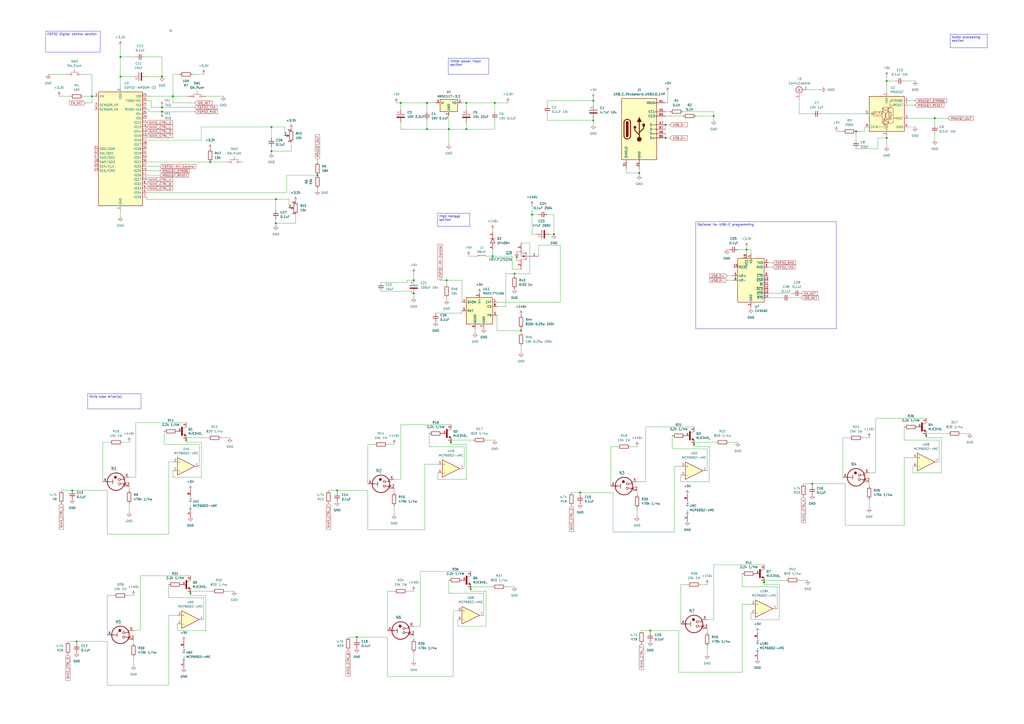
<source format=kicad_sch>
(kicad_sch (version 20250114) (generator "eeschema") (generator_version "9.0")
  (paper "A2")
  (text_box "Initial power input section\n" (at 260.096 33.782 0) (size 23.368 9.398) (margins 0.9525 0.9525 0.9525 0.9525) (effects (font (size 1.27 1.27)) (justify left top)))
  (text_box "High Voltage section" (at 253.746 123.698 0) (size 18.796 7.62) (margins 0.9525 0.9525 0.9525 0.9525) (effects (font (size 1.27 1.27)) (justify left top)))
  (text_box "Nixie tube driver(s)" (at 50.8 228.346 0) (size 30.988 8.89) (margins 0.9525 0.9525 0.9525 0.9525) (effects (font (size 1.27 1.27)) (justify left top)))
  (text_box "ESP32 Digital control section\n" (at 26.416 18.034 0) (size 31.75 12.192) (margins 0.9525 0.9525 0.9525 0.9525) (effects (font (size 1.27 1.27)) (justify left top)))
  (text_box "Audio processing section\n" (at 551.18 19.812 0) (size 21.59 7.874) (margins 0.9525 0.9525 0.9525 0.9525) (effects (font (size 1.27 1.27)) (justify left top)))
  (text_box "Optional for USB-C programming\n" (at 403.606 128.524 0) (size 81.534 62.23) (margins 0.9525 0.9525 0.9525 0.9525) (effects (font (size 1.27 1.27)) (justify left top)))
  (junction (at 321.31 135.89))
  (junction (at 287.02 59.69))
  (junction (at 53.34 55.88))
  (junction (at 207.01 369.57))
  (junction (at 247.65 74.93))
  (junction (at 386.08 72.39))
  (junction (at 377.19 365.76))
  (junction (at 308.61 124.46))
  (junction (at 160.02 115.57))
  (junction (at 93.98 44.45))
  (junction (at 471.17 280.67))
  (junction (at 433.07 144.78))
  (junction (at 247.65 59.69))
  (junction (at 443.23 337.82))
  (junction (at 537.21 252.73))
  (junction (at 542.29 68.58))
  (junction (at 414.02 67.31))
  (junction (at 240.03 162.56))
  (junction (at 232.41 59.69))
  (junction (at 100.33 55.88))
  (junction (at 121.92 93.98))
  (junction (at 195.58 284.48))
  (junction (at 344.17 69.85))
  (junction (at 302.26 191.77))
  (junction (at 110.49 344.17))
  (junction (at 514.35 46.99))
  (junction (at 370.84 100.33))
  (junction (at 514.35 80.01))
  (junction (at 260.35 74.93))
  (junction (at 496.57 76.2))
  (junction (at 157.48 87.63))
  (junction (at 285.75 148.59))
  (junction (at 344.17 58.42))
  (junction (at 298.45 158.75))
  (junction (at 270.51 59.69))
  (junction (at 402.59 257.81))
  (junction (at 69.85 33.02))
  (junction (at 44.45 372.11))
  (junction (at 273.05 341.63))
  (junction (at 160.02 129.54))
  (junction (at 184.15 101.6))
  (junction (at 240.03 170.18))
  (junction (at 270.51 74.93))
  (junction (at 386.08 80.01))
  (junction (at 107.95 255.27))
  (junction (at 157.48 73.66))
  (junction (at 261.62 256.54))
  (junction (at 93.98 62.23))
  (junction (at 336.55 285.75))
  (junction (at 69.85 44.45))
  (junction (at 259.08 162.56))
  (junction (at 41.91 284.48))
  (junction (at 93.98 64.77))
  (no_connect (at 99.06 17.78))
  (wire (pts (xy 69.85 121.92) (xy 69.85 125.73)))
  (wire (pts (xy 86.36 63.5) (xy 85.09 63.5)))
  (wire (pts (xy 261.62 255.27) (xy 274.32 255.27)))
  (wire (pts (xy 410.21 359.41) (xy 414.02 359.41)))
  (wire (pts (xy 365.76 259.08) (xy 369.57 259.08)))
  (wire (pts (xy 355.6 308.61) (xy 391.16 308.61)))
  (wire (pts (xy 246.38 307.34) (xy 246.38 269.24)))
  (wire (pts (xy 445.77 172.72) (xy 453.39 172.72)))
  (wire (pts (xy 421.64 162.56) (xy 425.45 162.56)))
  (wire (pts (xy 270.51 71.12) (xy 270.51 74.93)))
  (wire (pts (xy 97.79 309.88) (xy 97.79 267.97)))
  (wire (pts (xy 496.57 81.28) (xy 496.57 76.2)))
  (wire (pts (xy 421.64 144.78) (xy 422.91 144.78)))
  (wire (pts (xy 110.49 342.9) (xy 123.19 342.9)))
  (wire (pts (xy 41.91 284.48) (xy 62.23 284.48)))
  (wire (pts (xy 298.45 158.75) (xy 307.34 158.75)))
  (wire (pts (xy 74.93 276.86) (xy 78.74 276.86)))
  (wire (pts (xy 74.93 292.1) (xy 74.93 297.18)))
  (wire (pts (xy 443.23 339.09) (xy 452.12 339.09)))
  (wire (pts (xy 302.26 191.77) (xy 288.29 191.77)))
  (wire (pts (xy 260.35 74.93) (xy 260.35 83.82)))
  (wire (pts (xy 369.57 294.64) (xy 369.57 299.72)))
  (wire (pts (xy 288.29 191.77) (xy 288.29 182.88)))
  (wire (pts (xy 374.65 279.4) (xy 369.57 279.4)))
  (wire (pts (xy 160.02 129.54) (xy 160.02 127)))
  (wire (pts (xy 402.59 259.08) (xy 411.48 259.08)))
  (wire (pts (xy 262.89 392.43) (xy 262.89 354.33)))
  (wire (pts (xy 247.65 69.85) (xy 247.65 74.93)))
  (wire (pts (xy 232.41 278.13) (xy 228.6 278.13)))
  (wire (pts (xy 232.41 63.5) (xy 232.41 59.69)))
  (wire (pts (xy 85.09 44.45) (xy 93.98 44.45)))
  (wire (pts (xy 281.94 255.27) (xy 287.02 255.27)))
  (wire (pts (xy 414.02 69.85) (xy 414.02 67.31)))
  (wire (pts (xy 529.59 274.32) (xy 529.59 270.51)))
  (wire (pts (xy 336.55 285.75) (xy 336.55 287.02)))
  (wire (pts (xy 514.35 80.01) (xy 514.35 85.09)))
  (wire (pts (xy 260.35 344.17) (xy 280.67 344.17)))
  (wire (pts (xy 293.37 340.36) (xy 298.45 340.36)))
  (wire (pts (xy 527.05 68.58) (xy 542.29 68.58)))
  (wire (pts (xy 116.84 81.28) (xy 116.84 73.66)))
  (wire (pts (xy 273.05 331.47) (xy 243.84 331.47)))
  (wire (pts (xy 87.63 58.42) (xy 85.09 58.42)))
  (wire (pts (xy 458.47 172.72) (xy 464.82 172.72)))
  (wire (pts (xy 490.22 304.8) (xy 524.51 304.8)))
  (wire (pts (xy 293.37 177.8) (xy 288.29 177.8)))
  (wire (pts (xy 86.36 64.77) (xy 86.36 63.5)))
  (wire (pts (xy 252.73 181.61) (xy 267.97 181.61)))
  (wire (pts (xy 557.53 251.46) (xy 562.61 251.46)))
  (wire (pts (xy 527.05 60.96) (xy 530.86 60.96)))
  (wire (pts (xy 270.51 257.81) (xy 270.51 278.13)))
  (wire (pts (xy 35.56 284.48) (xy 41.91 284.48)))
  (wire (pts (xy 119.38 55.88) (xy 129.54 55.88)))
  (wire (pts (xy 27.94 43.18) (xy 38.1 43.18)))
  (wire (pts (xy 110.49 344.17) (xy 110.49 345.44)))
  (wire (pts (xy 97.79 339.09) (xy 97.79 346.71)))
  (wire (pts (xy 435.61 147.32) (xy 435.61 144.78)))
  (wire (pts (xy 160.02 115.57) (xy 167.64 115.57)))
  (wire (pts (xy 377.19 365.76) (xy 393.7 365.76)))
  (wire (pts (xy 270.51 59.69) (xy 287.02 59.69)))
  (wire (pts (xy 283.21 148.59) (xy 285.75 148.59)))
  (wire (pts (xy 270.51 74.93) (xy 260.35 74.93)))
  (wire (pts (xy 386.08 72.39) (xy 388.62 72.39)))
  (wire (pts (xy 514.35 46.99) (xy 519.43 46.99)))
  (wire (pts (xy 259.08 162.56) (xy 267.97 162.56)))
  (wire (pts (xy 229.87 59.69) (xy 232.41 59.69)))
  (wire (pts (xy 287.02 69.85) (xy 287.02 74.93)))
  (wire (pts (xy 542.29 68.58) (xy 549.91 68.58)))
  (wire (pts (xy 509.27 80.01) (xy 514.35 80.01)))
  (wire (pts (xy 336.55 285.75) (xy 355.6 285.75)))
  (wire (pts (xy 53.34 59.69) (xy 53.34 55.88)))
  (wire (pts (xy 110.49 345.44) (xy 119.38 345.44)))
  (wire (pts (xy 546.1 254) (xy 546.1 274.32)))
  (wire (pts (xy 247.65 59.69) (xy 252.73 59.69)))
  (wire (pts (xy 232.41 246.38) (xy 232.41 278.13)))
  (wire (pts (xy 393.7 365.76) (xy 393.7 389.89)))
  (wire (pts (xy 524.51 46.99) (xy 530.86 46.99)))
  (wire (pts (xy 232.41 74.93) (xy 247.65 74.93)))
  (wire (pts (xy 259.08 173.99) (xy 259.08 172.72)))
  (wire (pts (xy 307.34 158.75) (xy 307.34 140.97)))
  (wire (pts (xy 267.97 162.56) (xy 267.97 175.26)))
  (wire (pts (xy 344.17 58.42) (xy 344.17 57.15)))
  (wire (pts (xy 463.55 57.15) (xy 463.55 66.04)))
  (wire (pts (xy 267.97 181.61) (xy 267.97 180.34)))
  (wire (pts (xy 100.33 276.86) (xy 100.33 273.05)))
  (wire (pts (xy 166.37 101.6) (xy 184.15 101.6)))
  (wire (pts (xy 83.82 33.02) (xy 93.98 33.02)))
  (wire (pts (xy 402.59 256.54) (xy 415.29 256.54)))
  (wire (pts (xy 466.09 280.67) (xy 471.17 280.67)))
  (wire (pts (xy 427.99 144.78) (xy 433.07 144.78)))
  (wire (pts (xy 321.31 124.46) (xy 321.31 135.89)))
  (wire (pts (xy 59.69 256.54) (xy 63.5 256.54)))
  (wire (pts (xy 287.02 74.93) (xy 270.51 74.93)))
  (wire (pts (xy 317.5 58.42) (xy 317.5 60.96)))
  (wire (pts (xy 542.29 68.58) (xy 542.29 72.39)))
  (wire (pts (xy 514.35 46.99) (xy 514.35 53.34)))
  (wire (pts (xy 69.85 33.02) (xy 78.74 33.02)))
  (wire (pts (xy 85.09 96.52) (xy 92.71 96.52)))
  (wire (pts (xy 224.79 369.57) (xy 224.79 392.43)))
  (wire (pts (xy 488.95 254) (xy 492.76 254)))
  (wire (pts (xy 414.02 359.41) (xy 414.02 327.66)))
  (wire (pts (xy 389.89 252.73) (xy 389.89 260.35)))
  (wire (pts (xy 118.11 346.71) (xy 118.11 359.41)))
  (wire (pts (xy 524.51 247.65) (xy 524.51 255.27)))
  (wire (pts (xy 411.48 279.4) (xy 394.97 279.4)))
  (wire (pts (xy 160.02 130.81) (xy 160.02 129.54)))
  (wire (pts (xy 488.95 276.86) (xy 488.95 254)))
  (wire (pts (xy 119.38 365.76) (xy 102.87 365.76)))
  (wire (pts (xy 201.93 369.57) (xy 207.01 369.57)))
  (wire (pts (xy 471.17 280.67) (xy 490.22 280.67)))
  (wire (pts (xy 302.26 191.77) (xy 302.26 193.04)))
  (wire (pts (xy 281.94 342.9) (xy 281.94 363.22)))
  (wire (pts (xy 39.37 372.11) (xy 44.45 372.11)))
  (wire (pts (xy 260.35 67.31) (xy 260.35 74.93)))
  (wire (pts (xy 317.5 124.46) (xy 321.31 124.46)))
  (wire (pts (xy 514.35 44.45) (xy 514.35 46.99)))
  (wire (pts (xy 48.26 43.18) (xy 53.34 43.18)))
  (wire (pts (xy 293.37 158.75) (xy 293.37 177.8)))
  (wire (pts (xy 95.25 250.19) (xy 95.25 257.81)))
  (wire (pts (xy 267.97 59.69) (xy 270.51 59.69)))
  (wire (pts (xy 240.03 170.18) (xy 240.03 172.72)))
  (wire (pts (xy 269.24 259.08) (xy 269.24 271.78)))
  (wire (pts (xy 430.53 389.89) (xy 430.53 350.52)))
  (wire (pts (xy 287.02 59.69) (xy 294.64 59.69)))
  (wire (pts (xy 259.08 162.56) (xy 259.08 165.1)))
  (wire (pts (xy 402.59 257.81) (xy 402.59 259.08)))
  (wire (pts (xy 85.09 111.76) (xy 166.37 111.76)))
  (wire (pts (xy 377.19 365.76) (xy 377.19 367.03)))
  (wire (pts (xy 363.22 97.79) (xy 363.22 100.33)))
  (wire (pts (xy 240.03 158.75) (xy 240.03 162.56)))
  (wire (pts (xy 476.25 66.04) (xy 501.65 66.04)))
  (wire (pts (xy 537.21 252.73) (xy 537.21 254)))
  (wire (pts (xy 433.07 144.78) (xy 433.07 147.32)))
  (wire (pts (xy 297.18 148.59) (xy 297.18 156.21)))
  (wire (pts (xy 445.77 152.4) (xy 448.31 152.4)))
  (wire (pts (xy 524.51 265.43) (xy 529.59 265.43)))
  (wire (pts (xy 270.51 59.69) (xy 270.51 63.5)))
  (wire (pts (xy 308.61 124.46) (xy 312.42 124.46)))
  (wire (pts (xy 298.45 160.02) (xy 298.45 158.75)))
  (wire (pts (xy 421.64 160.02) (xy 425.45 160.02)))
  (wire (pts (xy 93.98 62.23) (xy 87.63 62.23)))
  (wire (pts (xy 255.27 162.56) (xy 259.08 162.56)))
  (wire (pts (xy 48.26 55.88) (xy 53.34 55.88)))
  (wire (pts (xy 410.21 364.49) (xy 410.21 367.03)))
  (wire (pts (xy 228.6 293.37) (xy 228.6 298.45)))
  (wire (pts (xy 213.36 257.81) (xy 213.36 280.67)))
  (wire (pts (xy 391.16 270.51) (xy 394.97 270.51)))
  (wire (pts (xy 93.98 59.69) (xy 93.98 62.23)))
  (wire (pts (xy 285.75 133.35) (xy 285.75 134.62)))
  (wire (pts (xy 344.17 69.85) (xy 344.17 72.39)))
  (wire (pts (xy 546.1 274.32) (xy 529.59 274.32)))
  (wire (pts (xy 402.59 257.81) (xy 402.59 256.54)))
  (wire (pts (xy 280.67 344.17) (xy 280.67 356.87)))
  (wire (pts (xy 508 242.57) (xy 508 274.32)))
  (wire (pts (xy 370.84 101.6) (xy 370.84 100.33)))
  (wire (pts (xy 260.35 336.55) (xy 260.35 344.17)))
  (wire (pts (xy 190.5 284.48) (xy 195.58 284.48)))
  (wire (pts (xy 184.15 110.49) (xy 184.15 109.22)))
  (wire (pts (xy 85.09 81.28) (xy 116.84 81.28)))
  (wire (pts (xy 537.21 254) (xy 546.1 254)))
  (wire (pts (xy 354.33 259.08) (xy 358.14 259.08)))
  (wire (pts (xy 273.05 340.36) (xy 285.75 340.36)))
  (wire (pts (xy 490.22 280.67) (xy 490.22 304.8)))
  (wire (pts (xy 62.23 309.88) (xy 97.79 309.88)))
  (wire (pts (xy 207.01 369.57) (xy 224.79 369.57)))
  (wire (pts (xy 298.45 158.75) (xy 293.37 158.75)))
  (wire (pts (xy 297.18 156.21) (xy 302.26 156.21)))
  (wire (pts (xy 195.58 284.48) (xy 195.58 285.75)))
  (wire (pts (xy 443.23 336.55) (xy 455.93 336.55)))
  (wire (pts (xy 53.34 55.88) (xy 54.61 55.88)))
  (wire (pts (xy 228.6 283.21) (xy 228.6 285.75)))
  (wire (pts (xy 317.5 58.42) (xy 344.17 58.42)))
  (wire (pts (xy 355.6 285.75) (xy 355.6 308.61)))
  (wire (pts (xy 93.98 64.77) (xy 93.98 67.31)))
  (wire (pts (xy 514.35 78.74) (xy 514.35 80.01)))
  (wire (pts (xy 171.45 124.46) (xy 171.45 129.54)))
  (wire (pts (xy 87.63 62.23) (xy 87.63 58.42)))
  (wire (pts (xy 81.28 365.76) (xy 77.47 365.76)))
  (wire (pts (xy 500.38 254) (xy 504.19 254)))
  (wire (pts (xy 207.01 369.57) (xy 207.01 370.84)))
  (wire (pts (xy 393.7 389.89) (xy 430.53 389.89)))
  (wire (pts (xy 544.83 255.27) (xy 544.83 267.97)))
  (wire (pts (xy 195.58 284.48) (xy 213.36 284.48)))
  (wire (pts (xy 85.09 115.57) (xy 160.02 115.57)))
  (wire (pts (xy 448.31 154.94) (xy 445.77 154.94)))
  (wire (pts (xy 69.85 44.45) (xy 69.85 50.8)))
  (wire (pts (xy 312.42 148.59) (xy 312.42 142.24)))
  (wire (pts (xy 496.57 76.2) (xy 501.65 76.2)))
  (wire (pts (xy 387.35 53.34) (xy 387.35 59.69)))
  (wire (pts (xy 93.98 64.77) (xy 86.36 64.77)))
  (wire (pts (xy 97.79 397.51) (xy 97.79 356.87)))
  (wire (pts (xy 157.48 88.9) (xy 157.48 87.63)))
  (wire (pts (xy 236.22 163.83) (xy 236.22 162.56)))
  (wire (pts (xy 85.09 93.98) (xy 121.92 93.98)))
  (wire (pts (xy 398.78 339.09) (xy 394.97 339.09)))
  (wire (pts (xy 85.09 101.6) (xy 92.71 101.6)))
  (wire (pts (xy 394.97 275.59) (xy 394.97 279.4)))
  (wire (pts (xy 220.98 163.83) (xy 236.22 163.83)))
  (wire (pts (xy 107.95 255.27) (xy 107.95 256.54)))
  (wire (pts (xy 166.37 111.76) (xy 166.37 101.6)))
  (wire (pts (xy 261.62 246.38) (xy 232.41 246.38)))
  (wire (pts (xy 430.53 332.74) (xy 430.53 340.36)))
  (wire (pts (xy 308.61 135.89) (xy 311.15 135.89)))
  (wire (pts (xy 463.55 336.55) (xy 468.63 336.55)))
  (wire (pts (xy 243.84 331.47) (xy 243.84 363.22)))
  (wire (pts (xy 248.92 259.08) (xy 269.24 259.08)))
  (wire (pts (xy 410.21 374.65) (xy 410.21 379.73)))
  (wire (pts (xy 246.38 269.24) (xy 254 269.24)))
  (wire (pts (xy 452.12 339.09) (xy 452.12 359.41)))
  (wire (pts (xy 261.62 256.54) (xy 261.62 255.27)))
  (wire (pts (xy 254 274.32) (xy 254 278.13)))
  (wire (pts (xy 165.1 73.66) (xy 165.1 78.74)))
  (wire (pts (xy 363.22 100.33) (xy 370.84 100.33)))
  (wire (pts (xy 527.05 58.42) (xy 530.86 58.42)))
  (wire (pts (xy 248.92 251.46) (xy 248.92 259.08)))
  (wire (pts (xy 73.66 345.44) (xy 77.47 345.44)))
  (wire (pts (xy 374.65 247.65) (xy 374.65 279.4)))
  (wire (pts (xy 100.33 55.88) (xy 109.22 55.88)))
  (wire (pts (xy 97.79 267.97) (xy 100.33 267.97)))
  (wire (pts (xy 435.61 179.07) (xy 435.61 177.8)))
  (wire (pts (xy 307.34 140.97) (xy 302.26 140.97)))
  (wire (pts (xy 232.41 71.12) (xy 232.41 74.93)))
  (wire (pts (xy 445.77 170.18) (xy 459.74 170.18)))
  (wire (pts (xy 463.55 66.04) (xy 471.17 66.04)))
  (wire (pts (xy 312.42 142.24) (xy 325.12 142.24)))
  (wire (pts (xy 62.23 284.48) (xy 62.23 309.88)))
  (wire (pts (xy 77.47 381) (xy 77.47 386.08)))
  (wire (pts (xy 504.19 289.56) (xy 504.19 294.64)))
  (wire (pts (xy 107.95 255.27) (xy 107.95 254)))
  (wire (pts (xy 97.79 356.87) (xy 102.87 356.87)))
  (wire (pts (xy 410.21 260.35) (xy 410.21 273.05)))
  (wire (pts (xy 116.84 276.86) (xy 100.33 276.86)))
  (wire (pts (xy 331.47 285.75) (xy 336.55 285.75)))
  (wire (pts (xy 107.95 256.54) (xy 116.84 256.54)))
  (wire (pts (xy 344.17 60.96) (xy 344.17 58.42)))
  (wire (pts (xy 386.08 67.31) (xy 396.24 67.31)))
  (wire (pts (xy 157.48 87.63) (xy 168.91 87.63)))
  (wire (pts (xy 501.65 76.2) (xy 501.65 73.66)))
  (wire (pts (xy 285.75 144.78) (xy 285.75 148.59)))
  (wire (pts (xy 128.27 254) (xy 133.35 254)))
  (wire (pts (xy 344.17 68.58) (xy 344.17 69.85)))
  (wire (pts (xy 370.84 97.79) (xy 370.84 100.33)))
  (wire (pts (xy 391.16 308.61) (xy 391.16 270.51)))
  (wire (pts (xy 430.53 350.52) (xy 435.61 350.52)))
  (wire (pts (xy 524.51 304.8) (xy 524.51 265.43)))
  (wire (pts (xy 157.48 73.66) (xy 165.1 73.66)))
  (wire (pts (xy 433.07 143.51) (xy 433.07 144.78)))
  (wire (pts (xy 100.33 59.69) (xy 113.03 59.69)))
  (wire (pts (xy 62.23 372.11) (xy 62.23 397.51)))
  (wire (pts (xy 44.45 372.11) (xy 62.23 372.11)))
  (wire (pts (xy 95.25 257.81) (xy 115.57 257.81)))
  (wire (pts (xy 285.75 148.59) (xy 297.18 148.59)))
  (wire (pts (xy 271.78 148.59) (xy 275.59 148.59)))
  (wire (pts (xy 524.51 255.27) (xy 544.83 255.27)))
  (wire (pts (xy 273.05 341.63) (xy 273.05 340.36)))
  (wire (pts (xy 85.09 115.57) (xy 85.09 114.3)))
  (wire (pts (xy 97.79 346.71) (xy 118.11 346.71)))
  (wire (pts (xy 247.65 59.69) (xy 247.65 64.77)))
  (wire (pts (xy 184.15 93.98) (xy 184.15 92.71)))
  (wire (pts (xy 452.12 359.41) (xy 435.61 359.41)))
  (wire (pts (xy 69.85 33.02) (xy 69.85 44.45)))
  (wire (pts (xy 100.33 43.18) (xy 104.14 43.18)))
  (wire (pts (xy 224.79 392.43) (xy 262.89 392.43)))
  (wire (pts (xy 485.14 76.2) (xy 488.95 76.2)))
  (wire (pts (xy 160.02 115.57) (xy 160.02 121.92)))
  (wire (pts (xy 386.08 77.47) (xy 386.08 80.01)))
  (wire (pts (xy 261.62 256.54) (xy 261.62 257.81)))
  (wire (pts (xy 110.49 344.17) (xy 110.49 342.9)))
  (wire (pts (xy 369.57 284.48) (xy 369.57 287.02)))
  (wire (pts (xy 232.41 59.69) (xy 247.65 59.69)))
  (wire (pts (xy 325.12 175.26) (xy 325.12 142.24)))
  (wire (pts (xy 236.22 162.56) (xy 240.03 162.56)))
  (wire (pts (xy 450.85 340.36) (xy 450.85 353.06)))
  (wire (pts (xy 302.26 191.77) (xy 302.26 190.5)))
  (wire (pts (xy 85.09 99.06) (xy 92.71 99.06)))
  (wire (pts (xy 443.23 337.82) (xy 443.23 339.09)))
  (wire (pts (xy 240.03 378.46) (xy 240.03 383.54)))
  (wire (pts (xy 168.91 82.55) (xy 168.91 87.63)))
  (wire (pts (xy 71.12 256.54) (xy 74.93 256.54)))
  (wire (pts (xy 386.08 64.77) (xy 388.62 64.77)))
  (wire (pts (xy 69.85 44.45) (xy 77.47 44.45)))
  (wire (pts (xy 213.36 284.48) (xy 213.36 307.34)))
  (wire (pts (xy 261.62 257.81) (xy 270.51 257.81)))
  (wire (pts (xy 116.84 256.54) (xy 116.84 276.86)))
  (wire (pts (xy 34.29 55.88) (xy 40.64 55.88)))
  (wire (pts (xy 224.79 365.76) (xy 224.79 342.9)))
  (wire (pts (xy 527.05 73.66) (xy 530.86 73.66)))
  (wire (pts (xy 81.28 334.01) (xy 81.28 365.76)))
  (wire (pts (xy 430.53 340.36) (xy 450.85 340.36)))
  (wire (pts (xy 317.5 69.85) (xy 344.17 69.85)))
  (wire (pts (xy 308.61 119.38) (xy 308.61 124.46)))
  (wire (pts (xy 217.17 257.81) (xy 213.36 257.81)))
  (wire (pts (xy 496.57 86.36) (xy 509.27 86.36)))
  (wire (pts (xy 130.81 342.9) (xy 135.89 342.9)))
  (wire (pts (xy 537.21 252.73) (xy 537.21 251.46)))
  (wire (pts (xy 157.48 87.63) (xy 157.48 85.09)))
  (wire (pts (xy 504.19 279.4) (xy 504.19 281.94)))
  (wire (pts (xy 354.33 281.94) (xy 354.33 259.08)))
  (wire (pts (xy 317.5 66.04) (xy 317.5 69.85)))
  (wire (pts (xy 308.61 135.89) (xy 308.61 124.46)))
  (wire (pts (xy 78.74 245.11) (xy 78.74 276.86)))
  (wire (pts (xy 224.79 257.81) (xy 228.6 257.81)))
  (wire (pts (xy 387.35 59.69) (xy 386.08 59.69)))
  (wire (pts (xy 77.47 370.84) (xy 77.47 373.38)))
  (wire (pts (xy 85.09 55.88) (xy 100.33 55.88)))
  (wire (pts (xy 281.94 363.22) (xy 265.43 363.22)))
  (wire (pts (xy 318.77 135.89) (xy 321.31 135.89)))
  (wire (pts (xy 49.53 59.69) (xy 53.34 59.69)))
  (wire (pts (xy 403.86 67.31) (xy 414.02 67.31)))
  (wire (pts (xy 389.89 260.35) (xy 410.21 260.35)))
  (wire (pts (xy 468.63 52.07) (xy 476.25 52.07)))
  (wire (pts (xy 119.38 345.44) (xy 119.38 365.76)))
  (wire (pts (xy 372.11 365.76) (xy 377.19 365.76)))
  (wire (pts (xy 62.23 397.51) (xy 97.79 397.51)))
  (wire (pts (xy 386.08 72.39) (xy 386.08 74.93)))
  (wire (pts (xy 107.95 254) (xy 120.65 254)))
  (wire (pts (xy 100.33 55.88) (xy 100.33 59.69)))
  (wire (pts (xy 396.24 64.77) (xy 414.02 64.77)))
  (wire (pts (xy 435.61 359.41) (xy 435.61 355.6)))
  (wire (pts (xy 107.95 245.11) (xy 78.74 245.11)))
  (wire (pts (xy 160.02 129.54) (xy 171.45 129.54)))
  (wire (pts (xy 213.36 307.34) (xy 246.38 307.34)))
  (wire (pts (xy 537.21 242.57) (xy 508 242.57)))
  (wire (pts (xy 113.03 64.77) (xy 93.98 64.77)))
  (wire (pts (xy 435.61 144.78) (xy 433.07 144.78)))
  (wire (pts (xy 116.84 73.66) (xy 157.48 73.66)))
  (wire (pts (xy 275.59 190.5) (xy 275.59 193.04)))
  (wire (pts (xy 406.4 339.09) (xy 410.21 339.09)))
  (wire (pts (xy 115.57 257.81) (xy 115.57 270.51)))
  (wire (pts (xy 74.93 281.94) (xy 74.93 284.48)))
  (wire (pts (xy 157.48 73.66) (xy 157.48 80.01)))
  (wire (pts (xy 62.23 345.44) (xy 66.04 345.44)))
  (wire (pts (xy 288.29 175.26) (xy 325.12 175.26)))
  (wire (pts (xy 224.79 342.9) (xy 228.6 342.9)))
  (wire (pts (xy 93.98 33.02) (xy 93.98 44.45)))
  (wire (pts (xy 53.34 43.18) (xy 53.34 55.88)))
  (wire (pts (xy 236.22 342.9) (xy 240.03 342.9)))
  (wire (pts (xy 243.84 363.22) (xy 240.03 363.22)))
  (wire (pts (xy 238.76 170.18) (xy 240.03 170.18)))
  (wire (pts (xy 443.23 337.82) (xy 443.23 336.55)))
  (wire (pts (xy 62.23 368.3) (xy 62.23 345.44)))
  (wire (pts (xy 110.49 334.01) (xy 81.28 334.01)))
  (wire (pts (xy 262.89 354.33) (xy 265.43 354.33)))
  (wire (pts (xy 167.64 115.57) (xy 167.64 120.65)))
  (wire (pts (xy 414.02 64.77) (xy 414.02 67.31)))
  (wire (pts (xy 509.27 86.36) (xy 509.27 80.01)))
  (wire (pts (xy 411.48 259.08) (xy 411.48 279.4)))
  (wire (pts (xy 59.69 279.4) (xy 59.69 256.54)))
  (wire (pts (xy 220.98 168.91) (xy 238.76 168.91)))
  (wire (pts (xy 273.05 342.9) (xy 281.94 342.9)))
  (wire (pts (xy 69.85 26.67) (xy 69.85 33.02)))
  (wire (pts (xy 238.76 168.91) (xy 238.76 170.18)))
  (wire (pts (xy 394.97 339.09) (xy 394.97 361.95)))
  (wire (pts (xy 402.59 247.65) (xy 374.65 247.65)))
  (wire (pts (xy 422.91 256.54) (xy 427.99 256.54)))
  (wire (pts (xy 118.11 43.18) (xy 111.76 43.18)))
  (wire (pts (xy 265.43 363.22) (xy 265.43 359.41)))
  (wire (pts (xy 247.65 74.93) (xy 260.35 74.93)))
  (wire (pts (xy 273.05 341.63) (xy 273.05 342.9)))
  (wire (pts (xy 302.26 204.47) (xy 302.26 200.66)))
  (wire (pts (xy 93.98 62.23) (xy 113.03 62.23)))
  (wire (pts (xy 240.03 368.3) (xy 240.03 370.84)))
  (wire (pts (xy 508 274.32) (xy 504.19 274.32)))
  (wire (pts (xy 121.92 93.98) (xy 130.81 93.98)))
  (wire (pts (xy 537.21 251.46) (xy 549.91 251.46)))
  (wire (pts (xy 414.02 327.66) (xy 443.23 327.66)))
  (wire (pts (xy 102.87 365.76) (xy 102.87 361.95)))
  (wire (pts (xy 100.33 55.88) (xy 100.33 43.18)))
  (wire (pts (xy 287.02 59.69) (xy 287.02 64.77)))
  (wire (pts (xy 386.08 80.01) (xy 388.62 80.01)))
  (wire (pts (xy 270.51 278.13) (xy 254 278.13)))
  (wire (pts (xy 542.29 77.47) (xy 542.29 81.28)))
  (wire (pts (xy 44.45 372.11) (xy 44.45 373.38)))
  (wire (pts (xy 471.17 280.67) (xy 471.17 281.94)))
  (global_label "NIXIE_CTRL_5" (shape input) (at 85.09 109.22 0) (property "Intersheetrefs" "${INTERSHEET_REFS}" (effects (hide yes))))
  (global_label "USB_D+" (shape input) (at 421.64 160.02 180) (property "Intersheetrefs" "${INTERSHEET_REFS}" (effects (hide yes))))
  (global_label "NIXIE_CTRL_1" (shape input) (at 85.09 73.66 0) (property "Intersheetrefs" "${INTERSHEET_REFS}" (effects (hide yes))))
  (global_label "USB_D-" (shape input) (at 388.62 72.39 0) (property "Intersheetrefs" "${INTERSHEET_REFS}" (effects (hide yes))))
  (global_label "MSGEQ7_OUT" (shape input) (at 184.15 92.71 90) (property "Intersheetrefs" "${INTERSHEET_REFS}" (effects (hide yes))))
  (global_label "IO0_NET" (shape input) (at 113.03 59.69 0) (property "Intersheetrefs" "${INTERSHEET_REFS}" (effects (hide yes))))
  (global_label "EN_NET" (shape input) (at 49.53 59.69 180) (property "Intersheetrefs" "${INTERSHEET_REFS}" (effects (hide yes))))
  (global_label "MSGEQ7_STROB" (shape input) (at 92.71 99.06 0) (property "Intersheetrefs" "${INTERSHEET_REFS}" (effects (hide yes))))
  (global_label "EN_NET" (shape input) (at 464.82 170.18 0) (property "Intersheetrefs" "${INTERSHEET_REFS}" (effects (hide yes))))
  (global_label "MSGEQ7_STROBE" (shape input) (at 530.86 58.42 0) (property "Intersheetrefs" "${INTERSHEET_REFS}" (effects (hide yes))))
  (global_label "NIXIE_CTRL_2" (shape input) (at 85.09 71.12 0) (property "Intersheetrefs" "${INTERSHEET_REFS}" (effects (hide yes))))
  (global_label "NIXIE_CTRL_3" (shape input) (at 331.47 293.37 270) (property "Intersheetrefs" "${INTERSHEET_REFS}" (effects (hide yes))))
  (global_label "NIXIE_CTRL_4" (shape input) (at 466.09 288.29 270) (property "Intersheetrefs" "${INTERSHEET_REFS}" (effects (hide yes))))
  (global_label "ESP32-HV-Control" (shape input) (at 255.27 162.56 90) (property "Intersheetrefs" "${INTERSHEET_REFS}" (effects (hide yes))))
  (global_label "MSGEQ7_OUT" (shape input) (at 549.91 68.58 0) (property "Intersheetrefs" "${INTERSHEET_REFS}" (effects (hide yes))))
  (global_label "ESP32_RXD" (shape input) (at 113.03 64.77 0) (property "Intersheetrefs" "${INTERSHEET_REFS}" (effects (hide yes))))
  (global_label "USB_D+" (shape input) (at 388.62 80.01 0) (property "Intersheetrefs" "${INTERSHEET_REFS}" (effects (hide yes))))
  (global_label "ESP32-HV-Control" (shape input) (at 92.71 96.52 0) (property "Intersheetrefs" "${INTERSHEET_REFS}" (effects (hide yes))))
  (global_label "USB_D-" (shape input) (at 421.64 162.56 180) (property "Intersheetrefs" "${INTERSHEET_REFS}" (effects (hide yes))))
  (global_label "ESP32_TXD" (shape input) (at 448.31 154.94 0) (property "Intersheetrefs" "${INTERSHEET_REFS}" (effects (hide yes))))
  (global_label "IO0_NET" (shape input) (at 464.82 172.72 0) (property "Intersheetrefs" "${INTERSHEET_REFS}" (effects (hide yes))))
  (global_label "ESP32_TXD" (shape input) (at 113.03 62.23 0) (property "Intersheetrefs" "${INTERSHEET_REFS}" (effects (hide yes))))
  (global_label "NIXIE_CTRL_5" (shape input) (at 39.37 379.73 270) (property "Intersheetrefs" "${INTERSHEET_REFS}" (effects (hide yes))))
  (global_label "NIXIE_CTRL_1" (shape input) (at 35.56 292.1 270) (property "Intersheetrefs" "${INTERSHEET_REFS}" (effects (hide yes))))
  (global_label "ESP32_RXD" (shape input) (at 448.31 152.4 0) (property "Intersheetrefs" "${INTERSHEET_REFS}" (effects (hide yes))))
  (global_label "NIXIE_CTRL_6" (shape input) (at 85.09 106.68 0) (property "Intersheetrefs" "${INTERSHEET_REFS}" (effects (hide yes))))
  (global_label "NIXIE_CTRL_3" (shape input) (at 85.09 76.2 0) (property "Intersheetrefs" "${INTERSHEET_REFS}" (effects (hide yes))))
  (global_label "NIXIE_CTRL_2" (shape input) (at 190.5 292.1 270) (property "Intersheetrefs" "${INTERSHEET_REFS}" (effects (hide yes))))
  (global_label "NIXIE_CTRL_4" (shape input) (at 85.09 104.14 0) (property "Intersheetrefs" "${INTERSHEET_REFS}" (effects (hide yes))))
  (global_label "NIXIE_CTRL_7" (shape input) (at 85.09 78.74 0) (property "Intersheetrefs" "${INTERSHEET_REFS}" (effects (hide yes))))
  (global_label "NIXIE_CTRL_7" (shape input) (at 372.11 373.38 270) (property "Intersheetrefs" "${INTERSHEET_REFS}" (effects (hide yes))))
  (global_label "MSGEQ7_RESET" (shape input) (at 92.71 101.6 0) (property "Intersheetrefs" "${INTERSHEET_REFS}" (effects (hide yes))))
  (global_label "NIXIE_CTRL_6" (shape input) (at 201.93 377.19 270) (property "Intersheetrefs" "${INTERSHEET_REFS}" (effects (hide yes))))
  (global_label "MSGEQ7_RESET" (shape input) (at 530.86 60.96 0) (property "Intersheetrefs" "${INTERSHEET_REFS}" (effects (hide yes))))
  (symbol (lib_id "Switch:SW_Push") (at 43.18 43.18 0) (unit 1)
    (property "Reference" "SW3" (at 43.18 35.56 0))
    (property "Value" "SW_Push" (at 43.18 38.1 0))
    (property "Footprint" "Button_Switch_SMD:SW_SPST_SKQG_WithStem" (effects (hide yes)))
  )
  (symbol (lib_id "power:GND") (at 44.45 378.46 0) (unit 1)
    (property "Reference" "#PWR054" (effects (hide yes)))
    (property "Value" "GND" (at 44.45 383.54 0))
    (property "Description" "Power symbol creates a global label with name \"GND\" , ground" (effects (hide yes)))
  )
  (symbol (lib_id "Device:R") (at 35.56 288.29 180) (unit 1)
    (property "Reference" "R8" (at 33.02 289.5601 0) (effects (justify left)))
    (property "Value" "4.7k" (at 33.02 287.0201 0) (effects (justify left)))
    (property "Footprint" "Resistor_SMD:R_0603_1608Metric" (effects (hide yes)))
    (property "Description" "Resistor" (effects (hide yes)))
  )
  (symbol (lib_id "Device:R") (at 127 342.9 90) (unit 1)
    (property "Reference" "R32" (at 127 336.55 90))
    (property "Value" "820 1/4w" (at 127 339.09 90))
    (property "Footprint" "Resistor_SMD:R_1206_3216Metric" (effects (hide yes)))
    (property "Description" "Resistor" (effects (hide yes)))
  )
  (symbol (lib_id "power:GND") (at 287.02 255.27 0) (unit 1)
    (property "Reference" "#PWR060" (effects (hide yes)))
    (property "Value" "GND" (at 287.02 260.35 0))
    (property "Description" "Power symbol creates a global label with name \"GND\" , ground" (effects (hide yes)))
  )
  (symbol (lib_id "power:GND") (at 427.99 256.54 0) (unit 1)
    (property "Reference" "#PWR042" (effects (hide yes)))
    (property "Value" "GND" (at 427.99 261.62 0))
    (property "Description" "Power symbol creates a global label with name \"GND\" , ground" (effects (hide yes)))
  )
  (symbol (lib_id "Device:R") (at 99.06 250.19 90) (unit 1)
    (property "Reference" "R11" (at 99.06 243.84 90))
    (property "Value" "2.2k 1/4W" (at 99.06 246.38 90))
    (property "Footprint" "Resistor_SMD:R_1206_3216Metric" (effects (hide yes)))
    (property "Description" "Resistor" (effects (hide yes)))
  )
  (symbol (lib_id "power:GND") (at 302.26 204.47 0) (unit 1)
    (property "Reference" "#PWR023" (effects (hide yes)))
    (property "Value" "GND" (at 302.26 209.55 0))
    (property "Description" "Power symbol creates a global label with name \"GND\" , ground" (effects (hide yes)))
  )
  (symbol (lib_id "Device:R") (at 331.47 289.56 180) (unit 1)
    (property "Reference" "R18" (at 328.93 290.8301 0) (effects (justify left)))
    (property "Value" "4.7k" (at 328.93 288.2901 0) (effects (justify left)))
    (property "Footprint" "Resistor_SMD:R_0603_1608Metric" (effects (hide yes)))
    (property "Description" "Resistor" (effects (hide yes)))
  )
  (symbol (lib_id "power:GND") (at 370.84 101.6 0) (unit 1)
    (property "Reference" "#PWR024" (effects (hide yes)))
    (property "Value" "GND" (at 370.84 106.68 0))
    (property "Description" "Power symbol creates a global label with name \"GND\" , ground" (effects (hide yes)))
  )
  (symbol (lib_id "power:+3.3V") (at 69.85 26.67 0) (unit 1)
    (property "Reference" "#PWR076" (effects (hide yes)))
    (property "Value" "+3.3V" (at 69.85 21.59 0))
    (property "Description" "Power symbol creates a global label with name \"+3.3V\"" (effects (hide yes)))
  )
  (symbol (lib_id "power:GND") (at 514.35 85.09 0) (unit 1)
    (property "Reference" "#PWR034" (effects (hide yes)))
    (property "Value" "GND" (at 514.35 90.17 0))
    (property "Description" "Power symbol creates a global label with name \"GND\" , ground" (effects (hide yes)))
  )
  (symbol (lib_id "Switch:SW_Push") (at 114.3 55.88 0) (unit 1)
    (property "Reference" "SW1" (at 114.3 48.26 0))
    (property "Value" "SW_Push" (at 114.3 50.8 0))
    (property "Footprint" "Button_Switch_SMD:SW_SPST_SKQG_WithStem" (effects (hide yes)))
  )
  (symbol (lib_id "Device:R") (at 107.95 43.18 270) (unit 1)
    (property "Reference" "R7" (at 107.95 49.53 90))
    (property "Value" "10K" (at 107.95 46.99 90))
    (property "Footprint" "Resistor_SMD:R_0603_1608Metric" (effects (hide yes)))
    (property "Description" "Resistor" (effects (hide yes)))
  )
  (symbol (lib_id "power:GND") (at 542.29 81.28 0) (unit 1)
    (property "Reference" "#PWR033" (effects (hide yes)))
    (property "Value" "GND" (at 542.29 86.36 0))
    (property "Description" "Power symbol creates a global label with name \"GND\" , ground" (effects (hide yes)))
  )
  (symbol (lib_id "Device:R") (at 361.95 259.08 270) (unit 1)
    (property "Reference" "R19" (at 361.95 252.73 90))
    (property "Value" "15k 1W" (at 361.95 255.27 90))
    (property "Footprint" "Resistor_SMD:R_2512_6332Metric" (effects (hide yes)))
    (property "Description" "Resistor" (effects (hide yes)))
  )
  (symbol (lib_id "Amplifier_Operational:MCP6002-xMC") (at 537.21 267.97 0) (unit 2)
    (property "Reference" "U5" (at 537.21 257.81 0))
    (property "Value" "MCP6002-xMC" (at 537.21 260.35 0))
    (property "Footprint" "Package_DFN_QFN:DFN-8-1EP_3x2mm_P0.5mm_EP1.75x1.45mm" (effects (hide yes)))
    (property "Datasheet" "http://ww1.microchip.com/downloads/en/DeviceDoc/21733j.pdf" (effects (hide yes)))
    (property "Description" "1MHz, Low-Power Op Amp, DFN-8" (effects (hide yes)))
  )
  (symbol (lib_id "Device:R") (at 124.46 254 90) (unit 1)
    (property "Reference" "R12" (at 124.46 247.65 90))
    (property "Value" "820 1/4w" (at 124.46 250.19 90))
    (property "Footprint" "Resistor_SMD:R_1206_3216Metric" (effects (hide yes)))
    (property "Description" "Resistor" (effects (hide yes)))
  )
  (symbol (lib_id "power:GND") (at 259.08 173.99 0) (unit 1)
    (property "Reference" "#PWR019" (effects (hide yes)))
    (property "Value" "GND" (at 259.08 179.07 0))
    (property "Description" "Power symbol creates a global label with name \"GND\" , ground" (effects (hide yes)))
  )
  (symbol (lib_id "Device:R") (at 372.11 369.57 180) (unit 1)
    (property "Reference" "R38" (at 369.824 370.8401 0) (effects (justify left)))
    (property "Value" "4.7k" (at 369.824 368.3001 0) (effects (justify left)))
    (property "Footprint" "Resistor_SMD:R_0603_1608Metric" (effects (hide yes)))
    (property "Description" "Resistor" (effects (hide yes)))
  )
  (symbol (lib_id "power:GND") (at 421.64 144.78 0) (unit 1)
    (property "Reference" "#PWR035" (effects (hide yes)))
    (property "Value" "GND" (at 421.64 149.86 0))
    (property "Description" "Power symbol creates a global label with name \"GND\" , ground" (effects (hide yes)))
  )
  (symbol (lib_id "power:+5V") (at 240.03 158.75 0) (unit 1)
    (property "Reference" "#PWR062" (effects (hide yes)))
    (property "Value" "+5V" (at 240.03 153.67 0))
    (property "Description" "Power symbol creates a global label with name \"+5V\"" (effects (hide yes)))
  )
  (symbol (lib_id "power:GND") (at 110.49 299.72 0) (unit 1)
    (property "Reference" "#PWR050" (effects (hide yes)))
    (property "Value" "GND" (at 110.49 304.8 0))
    (property "Description" "Power symbol creates a global label with name \"GND\" , ground" (effects (hide yes)))
  )
  (symbol (lib_id "Device:C_Small") (at 160.02 124.46 0) (unit 1)
    (property "Reference" "C27" (at 162.56 123.1962 0) (effects (justify left)))
    (property "Value" "0.1uF" (at 162.56 125.7362 0) (effects (justify left)))
    (property "Footprint" "Capacitor_SMD:C_0201_0603Metric" (effects (hide yes)))
    (property "Description" "Unpolarized capacitor, small symbol" (effects (hide yes)))
  )
  (symbol (lib_id "power:+3.3V") (at 171.45 116.84 0) (unit 1)
    (property "Reference" "#PWR077" (effects (hide yes)))
    (property "Value" "+3.3V" (at 171.45 111.76 0))
    (property "Description" "Power symbol creates a global label with name \"+3.3V\"" (effects (hide yes)))
  )
  (symbol (lib_id "Regulator_Linear:AMS1117-3.3") (at 260.35 59.69 0) (unit 1)
    (property "Reference" "U1" (at 260.35 53.34 0))
    (property "Value" "AMS1117-3.3" (at 260.35 55.88 0))
    (property "Footprint" "Package_TO_SOT_SMD:SOT-223-3_TabPin2" (effects (hide yes)))
    (property "Datasheet" "http://www.advanced-monolithic.com/pdf/ds1117.pdf" (effects (hide yes)))
    (property "Description" "1A Low Dropout regulator, positive, 3.3V fixed output, SOT-223" (effects (hide yes)))
  )
  (symbol (lib_id "power:GND") (at 260.35 83.82 0) (unit 1)
    (property "Reference" "#PWR07" (effects (hide yes)))
    (property "Value" "GND" (at 260.35 88.9 0))
    (property "Description" "Power symbol creates a global label with name \"GND\" , ground" (effects (hide yes)))
  )
  (symbol (lib_id "Device:C_Small") (at 377.19 369.57 0) (unit 1)
    (property "Reference" "C19" (at 379.73 368.3062 0) (effects (justify left)))
    (property "Value" "0.1uF" (at 379.73 370.8462 0) (effects (justify left)))
    (property "Footprint" "Capacitor_SMD:C_0603_1608Metric" (effects (hide yes)))
    (property "Description" "Unpolarized capacitor, small symbol" (effects (hide yes)))
  )
  (symbol (lib_id "power:+3.3V") (at 168.91 74.93 0) (unit 1)
    (property "Reference" "#PWR075" (effects (hide yes)))
    (property "Value" "+3.3V" (at 168.91 69.85 0))
    (property "Description" "Power symbol creates a global label with name \"+3.3V\"" (effects (hide yes)))
  )
  (symbol (lib_id "power:+3.3V") (at 433.07 143.51 0) (unit 1)
    (property "Reference" "#PWR079" (effects (hide yes)))
    (property "Value" "+3.3V" (at 433.07 138.43 0))
    (property "Description" "Power symbol creates a global label with name \"+3.3V\"" (effects (hide yes)))
  )
  (symbol (lib_id "Amplifier_Operational:MCP6002-xMC") (at 441.96 374.65 0) (unit 3)
    (property "Reference" "U18" (at 440.69 373.3799 0) (effects (justify left)))
    (property "Value" "MCP6002-xMC" (at 440.69 375.9199 0) (effects (justify left)))
    (property "Footprint" "Package_DFN_QFN:DFN-8-1EP_3x2mm_P0.5mm_EP1.75x1.45mm" (effects (hide yes)))
    (property "Datasheet" "http://ww1.microchip.com/downloads/en/DeviceDoc/21733j.pdf" (effects (hide yes)))
    (property "Description" "1MHz, Low-Power Op Amp, DFN-8" (effects (hide yes)))
  )
  (symbol (lib_id "Device:C_Small") (at 471.17 284.48 0) (unit 1)
    (property "Reference" "C16" (at 473.71 283.2162 0) (effects (justify left)))
    (property "Value" "0.1uF" (at 473.71 285.7562 0) (effects (justify left)))
    (property "Footprint" "Capacitor_SMD:C_0603_1608Metric" (effects (hide yes)))
    (property "Description" "Unpolarized capacitor, small symbol" (effects (hide yes)))
  )
  (symbol (lib_id "Amplifier_Operational:MCP6002-xMC") (at 110.49 359.41 0) (unit 1)
    (property "Reference" "U6" (at 110.49 349.25 0))
    (property "Value" "MCP6002-xMC" (at 110.49 351.79 0))
    (property "Footprint" "Package_DFN_QFN:DFN-8-1EP_3x2mm_P0.5mm_EP1.75x1.45mm" (effects (hide yes)))
    (property "Datasheet" "http://ww1.microchip.com/downloads/en/DeviceDoc/21733j.pdf" (effects (hide yes)))
    (property "Description" "1MHz, Low-Power Op Amp, DFN-8" (effects (hide yes)))
  )
  (symbol (lib_id "Device:R") (at 259.08 168.91 0) (unit 1)
    (property "Reference" "R46" (at 261.62 167.6399 0) (effects (justify left)))
    (property "Value" "10k" (at 261.62 170.1799 0) (effects (justify left)))
    (property "Footprint" "Resistor_SMD:R_0603_1608Metric" (effects (hide yes)))
    (property "Description" "Resistor" (effects (hide yes)))
  )
  (symbol (lib_id "Device:R") (at 393.7 252.73 90) (unit 1)
    (property "Reference" "R21" (at 393.7 246.38 90))
    (property "Value" "2.2k 1/4W" (at 393.7 248.92 90))
    (property "Footprint" "Resistor_SMD:R_1206_3216Metric" (effects (hide yes)))
    (property "Description" "Resistor" (effects (hide yes)))
  )
  (symbol (lib_id "power:+5V") (at 110.49 284.48 0) (unit 1)
    (property "Reference" "#PWR072" (effects (hide yes)))
    (property "Value" "+5V" (at 110.49 279.4 0))
    (property "Description" "Power symbol creates a global label with name \"+5V\"" (effects (hide yes)))
  )
  (symbol (lib_id "power:GND") (at 398.78 302.26 0) (unit 1)
    (property "Reference" "#PWR047" (effects (hide yes)))
    (property "Value" "GND" (at 398.78 307.34 0))
    (property "Description" "Power symbol creates a global label with name \"GND\" , ground" (effects (hide yes)))
  )
  (symbol (lib_id "power:GND") (at 530.86 46.99 0) (unit 1)
    (property "Reference" "#PWR037" (effects (hide yes)))
    (property "Value" "GND" (at 530.86 52.07 0))
    (property "Description" "Power symbol creates a global label with name \"GND\" , ground" (effects (hide yes)))
  )
  (symbol (lib_id "Device:R") (at 400.05 67.31 90) (unit 1)
    (property "Reference" "R2" (at 400.05 60.96 90))
    (property "Value" "5.1K" (at 400.05 63.5 90))
    (property "Footprint" "Resistor_SMD:R_0402_1005Metric" (effects (hide yes)))
    (property "Description" "Resistor" (effects (hide yes)))
  )
  (symbol (lib_id "power:GND") (at 377.19 372.11 0) (unit 1)
    (property "Reference" "#PWR046" (effects (hide yes)))
    (property "Value" "GND" (at 377.19 377.19 0))
    (property "Description" "Power symbol creates a global label with name \"GND\" , ground" (effects (hide yes)))
  )
  (symbol (lib_id "Device:R") (at 201.93 373.38 180) (unit 1)
    (property "Reference" "R33" (at 199.39 374.6501 0) (effects (justify left)))
    (property "Value" "4.7k" (at 199.39 372.1101 0) (effects (justify left)))
    (property "Footprint" "Resistor_SMD:R_0603_1608Metric" (effects (hide yes)))
    (property "Description" "Resistor" (effects (hide yes)))
  )
  (symbol (lib_id "Device:R") (at 289.56 340.36 90) (unit 1)
    (property "Reference" "R37" (at 289.56 334.01 90))
    (property "Value" "820 1/4w" (at 289.56 336.55 90))
    (property "Footprint" "Resistor_SMD:R_1206_3216Metric" (effects (hide yes)))
    (property "Description" "Resistor" (effects (hide yes)))
  )
  (symbol (lib_id "power:+3.3V") (at 77.47 345.44 0) (unit 1)
    (property "Reference" "#PWR084" (effects (hide yes)))
    (property "Value" "+140v" (at 77.47 340.36 0))
    (property "Description" "Power symbol creates a global label with name \"+3.3V\"" (effects (hide yes)))
  )
  (symbol (lib_id "power:GND") (at 157.48 88.9 0) (unit 1)
    (property "Reference" "#PWR011" (effects (hide yes)))
    (property "Value" "GND" (at 157.48 93.98 0))
    (property "Description" "Power symbol creates a global label with name \"GND\" , ground" (effects (hide yes)))
  )
  (symbol (lib_id "Device:C_Polarized") (at 240.03 166.37 0) (unit 1)
    (property "Reference" "C21" (at 243.84 164.2109 0) (effects (justify left)))
    (property "Value" "100uF 16v" (at 243.84 166.7509 0) (effects (justify left)))
    (property "Footprint" "Capacitor_SMD:C_1206_3216Metric" (effects (hide yes)))
    (property "Description" "Polarized capacitor" (effects (hide yes)))
  )
  (symbol (lib_id "nixies-us:IN-13") (at 402.59 361.95 0) (unit 1)
    (property "Reference" "N7" (at 401.3835 354.33 0) (effects (font (size 1.778 1.5113))))
    (property "Footprint" "nixies-us:nixies-us-IN-13" (effects (hide yes)))
    (property "Description" "IN-13: large nixie bargraph" (effects (hide yes)))
  )
  (symbol (lib_id "power:GND") (at 530.86 73.66 0) (unit 1)
    (property "Reference" "#PWR031" (effects (hide yes)))
    (property "Value" "GND" (at 530.86 78.74 0))
    (property "Description" "Power symbol creates a global label with name \"GND\" , ground" (effects (hide yes)))
  )
  (symbol (lib_id "power:GND") (at 133.35 254 0) (unit 1)
    (property "Reference" "#PWR017" (effects (hide yes)))
    (property "Value" "GND" (at 133.35 259.08 0))
    (property "Description" "Power symbol creates a global label with name \"GND\" , ground" (effects (hide yes)))
  )
  (symbol (lib_id "power:+3.3V") (at 118.11 43.18 0) (unit 1)
    (property "Reference" "#PWR078" (effects (hide yes)))
    (property "Value" "+3.3V" (at 118.11 38.1 0))
    (property "Description" "Power symbol creates a global label with name \"+3.3V\"" (effects (hide yes)))
  )
  (symbol (lib_id "power:+3.3V") (at 308.61 119.38 0) (unit 1)
    (property "Reference" "#PWR082" (effects (hide yes)))
    (property "Value" "+140v" (at 308.61 114.3 0))
    (property "Description" "Power symbol creates a global label with name \"+3.3V\"" (effects (hide yes)))
  )
  (symbol (lib_id "power:GND") (at 275.59 193.04 0) (unit 1)
    (property "Reference" "#PWR021" (effects (hide yes)))
    (property "Value" "GND" (at 275.59 198.12 0))
    (property "Description" "Power symbol creates a global label with name \"GND\" , ground" (effects (hide yes)))
  )
  (symbol (lib_id "power:GND") (at 280.67 190.5 0) (unit 1)
    (property "Reference" "#PWR022" (effects (hide yes)))
    (property "Value" "GND" (at 280.67 195.58 0))
    (property "Description" "Power symbol creates a global label with name \"GND\" , ground" (effects (hide yes)))
  )
  (symbol (lib_id "Device:R") (at 220.98 257.81 270) (unit 1)
    (property "Reference" "R14" (at 220.98 251.46 90))
    (property "Value" "15k 1W" (at 220.98 254 90))
    (property "Footprint" "Resistor_SMD:R_2512_6332Metric" (effects (hide yes)))
    (property "Description" "Resistor" (effects (hide yes)))
  )
  (symbol (lib_id "Device:C_Polarized") (at 81.28 44.45 90) (unit 1)
    (property "Reference" "C11" (at 80.391 36.83 90))
    (property "Value" "10uF" (at 80.391 39.37 90))
    (property "Footprint" "Capacitor_SMD:C_1206_3216Metric" (effects (hide yes)))
    (property "Description" "Polarized capacitor" (effects (hide yes)))
  )
  (symbol (lib_id "Device:R") (at 392.43 64.77 90) (unit 1)
    (property "Reference" "R1" (at 392.43 58.42 90))
    (property "Value" "5.1K" (at 392.43 60.96 90))
    (property "Footprint" "Resistor_SMD:R_0402_1005Metric" (effects (hide yes)))
    (property "Description" "Resistor" (effects (hide yes)))
  )
  (symbol (lib_id "Device:R") (at 402.59 339.09 270) (unit 1)
    (property "Reference" "R39" (at 402.59 332.74 90))
    (property "Value" "15k 1W" (at 402.59 335.28 90))
    (property "Footprint" "Resistor_SMD:R_2512_6332Metric" (effects (hide yes)))
    (property "Description" "Resistor" (effects (hide yes)))
  )
  (symbol (lib_id "power:GND") (at 410.21 379.73 0) (unit 1)
    (property "Reference" "#PWR049" (effects (hide yes)))
    (property "Value" "GND" (at 410.21 384.81 0))
    (property "Description" "Power symbol creates a global label with name \"GND\" , ground" (effects (hide yes)))
  )
  (symbol (lib_id "Amplifier_Operational:MCP6002-xMC") (at 113.03 292.1 0) (unit 3)
    (property "Reference" "U4" (at 111.76 290.8299 0) (effects (justify left)))
    (property "Value" "MCP6002-xMC" (at 111.76 293.3699 0) (effects (justify left)))
    (property "Footprint" "Package_DFN_QFN:DFN-8-1EP_3x2mm_P0.5mm_EP1.75x1.45mm" (effects (hide yes)))
    (property "Datasheet" "http://ww1.microchip.com/downloads/en/DeviceDoc/21733j.pdf" (effects (hide yes)))
    (property "Description" "1MHz, Low-Power Op Amp, DFN-8" (effects (hide yes)))
  )
  (symbol (lib_id "Device:R") (at 101.6 339.09 90) (unit 1)
    (property "Reference" "R31" (at 101.6 332.74 90))
    (property "Value" "2.2k 1/4W" (at 101.6 335.28 90))
    (property "Footprint" "Resistor_SMD:R_1206_3216Metric" (effects (hide yes)))
    (property "Description" "Resistor" (effects (hide yes)))
  )
  (symbol (lib_id "Device:C_Small") (at 521.97 46.99 90) (unit 1)
    (property "Reference" "C10" (at 521.9763 40.64 90))
    (property "Value" "0.1uF 10v" (at 521.9763 43.18 90))
    (property "Footprint" "Capacitor_SMD:C_0402_1005Metric" (effects (hide yes)))
    (property "Description" "Unpolarized capacitor, small symbol" (effects (hide yes)))
  )
  (symbol (lib_id "power:GND") (at 336.55 292.1 0) (unit 1)
    (property "Reference" "#PWR040" (effects (hide yes)))
    (property "Value" "GND" (at 336.55 297.18 0))
    (property "Description" "Power symbol creates a global label with name \"GND\" , ground" (effects (hide yes)))
  )
  (symbol (lib_id "Device:R") (at 528.32 247.65 90) (unit 1)
    (property "Reference" "R26" (at 528.32 241.3 90))
    (property "Value" "2.2k 1/4W" (at 528.32 243.84 90))
    (property "Footprint" "Resistor_SMD:R_1206_3216Metric" (effects (hide yes)))
    (property "Description" "Resistor" (effects (hide yes)))
  )
  (symbol (lib_id "Amplifier_Operational:MCP6002-xMC") (at 273.05 356.87 0) (unit 2)
    (property "Reference" "U6" (at 273.05 346.71 0))
    (property "Value" "MCP6002-xMC" (at 273.05 349.25 0))
    (property "Footprint" "Package_DFN_QFN:DFN-8-1EP_3x2mm_P0.5mm_EP1.75x1.45mm" (effects (hide yes)))
    (property "Datasheet" "http://ww1.microchip.com/downloads/en/DeviceDoc/21733j.pdf" (effects (hide yes)))
    (property "Description" "1MHz, Low-Power Op Amp, DFN-8" (effects (hide yes)))
  )
  (symbol (lib_id "Device:C_Small") (at 336.55 289.56 0) (unit 1)
    (property "Reference" "C15" (at 339.09 288.2962 0) (effects (justify left)))
    (property "Value" "0.1uF" (at 339.09 290.8362 0) (effects (justify left)))
    (property "Footprint" "Capacitor_SMD:C_0603_1608Metric" (effects (hide yes)))
    (property "Description" "Unpolarized capacitor, small symbol" (effects (hide yes)))
  )
  (symbol (lib_id "nixies-us:IN-13") (at 69.85 368.3 0) (unit 1)
    (property "Reference" "N5" (at 68.6435 360.68 0) (effects (font (size 1.778 1.5113))))
    (property "Footprint" "nixies-us:nixies-us-IN-13" (effects (hide yes)))
    (property "Description" "IN-13: large nixie bargraph" (effects (hide yes)))
  )
  (symbol (lib_id "power:GND") (at 41.91 289.56 0) (unit 1)
    (property "Reference" "#PWR052" (effects (hide yes)))
    (property "Value" "GND" (at 41.91 294.64 0))
    (property "Description" "Power symbol creates a global label with name \"GND\" , ground" (effects (hide yes)))
  )
  (symbol (lib_id "Device:R") (at 496.57 254 270) (unit 1)
    (property "Reference" "R24" (at 496.57 247.65 90))
    (property "Value" "15k 1W" (at 496.57 250.19 90))
    (property "Footprint" "Resistor_SMD:R_2512_6332Metric" (effects (hide yes)))
    (property "Description" "Resistor" (effects (hide yes)))
  )
  (symbol (lib_id "power:+5V") (at 514.35 44.45 0) (unit 1)
    (property "Reference" "#PWR066" (effects (hide yes)))
    (property "Value" "+5V" (at 514.35 39.37 0))
    (property "Description" "Power symbol creates a global label with name \"+5V\"" (effects (hide yes)))
  )
  (symbol (lib_id "power:+5V") (at 106.68 372.11 0) (unit 1)
    (property "Reference" "#PWR071" (effects (hide yes)))
    (property "Value" "+5V" (at 106.68 367.03 0))
    (property "Description" "Power symbol creates a global label with name \"+5V\"" (effects (hide yes)))
  )
  (symbol (lib_id "Connector:TestPoint_Small") (at 93.98 67.31 0) (unit 1)
    (property "Reference" "TP2" (at 95.25 66.0399 0) (effects (justify left)))
    (property "Value" "RXD" (at 95.504 68.58 0) (effects (justify left)))
    (property "Footprint" "TestPoint:TestPoint_Pad_D1.0mm" (effects (hide yes)))
    (property "Description" "test point" (effects (hide yes)))
  )
  (symbol (lib_id "power:GND") (at 439.42 382.27 0) (unit 1)
    (property "Reference" "#PWR030" (effects (hide yes)))
    (property "Value" "GND" (at 439.42 387.35 0))
    (property "Description" "Power symbol creates a global label with name \"GND\" , ground" (effects (hide yes)))
  )
  (symbol (lib_id "Device:C_Polarized") (at 232.41 67.31 0) (unit 1)
    (property "Reference" "C3" (at 236.22 65.1509 0) (effects (justify left)))
    (property "Value" "10V 3.3uF" (at 236.22 67.6909 0) (effects (justify left)))
    (property "Footprint" "Capacitor_SMD:C_1206_3216Metric" (effects (hide yes)))
    (property "Description" "Polarized capacitor" (effects (hide yes)))
  )
  (symbol (lib_id "power:GND") (at 228.6 298.45 0) (unit 1)
    (property "Reference" "#PWR059" (effects (hide yes)))
    (property "Value" "GND" (at 228.6 303.53 0))
    (property "Description" "Power symbol creates a global label with name \"GND\" , ground" (effects (hide yes)))
  )
  (symbol (lib_id "Device:C_Small") (at 542.29 74.93 0) (unit 1)
    (property "Reference" "C9" (at 544.83 73.6662 0) (effects (justify left)))
    (property "Value" "0.1uF 10v" (at 544.83 76.2062 0) (effects (justify left)))
    (property "Footprint" "Capacitor_SMD:C_0402_1005Metric" (effects (hide yes)))
    (property "Description" "Unpolarized capacitor, small symbol" (effects (hide yes)))
  )
  (symbol (lib_id "Audio:MSGEQ7") (at 514.35 66.04 0) (unit 1)
    (property "Reference" "U2" (at 516.4933 50.8 0) (effects (justify left)))
    (property "Value" "MSGEQ7" (at 516.4933 53.34 0) (effects (justify left)))
    (property "Footprint" "Package_DIP:DIP-8_W7.62mm" (effects (hide yes)))
    (property "Datasheet" "http://mix-sig.com/images/datasheets/MSGEQ7.pdf" (effects (hide yes)))
    (property "Description" "Seven Band Graphic Equalizer, DIP-8/SOIC-8" (effects (hide yes)))
  )
  (symbol (lib_id "nixies-us:IN-13") (at 67.31 279.4 0) (unit 1)
    (property "Reference" "N1" (at 66.1035 271.78 0) (effects (font (size 1.778 1.5113))))
    (property "Footprint" "nixies-us:nixies-us-IN-13" (effects (hide yes)))
    (property "Description" "IN-13: large nixie bargraph" (effects (hide yes)))
  )
  (symbol (lib_id "Device:C_Polarized") (at 344.17 64.77 0) (unit 1)
    (property "Reference" "C1" (at 347.98 62.6109 0) (effects (justify left)))
    (property "Value" "4.7uF 10v" (at 347.98 65.1509 0) (effects (justify left)))
    (property "Footprint" "Capacitor_SMD:C_1206_3216Metric" (effects (hide yes)))
    (property "Description" "Polarized capacitor" (effects (hide yes)))
  )
  (symbol (lib_id "power:+5V") (at 229.87 59.69 0) (unit 1)
    (property "Reference" "#PWR065" (effects (hide yes)))
    (property "Value" "+5V" (at 229.87 54.61 0))
    (property "Description" "Power symbol creates a global label with name \"+5V\"" (effects (hide yes)))
  )
  (symbol (lib_id "Device:L") (at 279.4 148.59 90) (unit 1)
    (property "Reference" "L1" (at 279.4 143.51 90))
    (property "Value" "56 uH" (at 279.4 146.05 90))
    (property "Footprint" "Inductor_SMD:L_Ferrocore_DLG-0403" (effects (hide yes)))
    (property "Description" "Inductor" (effects (hide yes)))
  )
  (symbol (lib_id "power:GND") (at 435.61 179.07 0) (unit 1)
    (property "Reference" "#PWR039" (effects (hide yes)))
    (property "Value" "GND" (at 435.61 184.15 0))
    (property "Description" "Power symbol creates a global label with name \"GND\" , ground" (effects (hide yes)))
  )
  (symbol (lib_id "MJE340_:MJE340_") (at 270.51 336.55 0) (unit 1)
    (property "Reference" "Q6" (at 274.32 335.2799 0) (effects (justify left)))
    (property "Value" "MJE340_" (at 274.32 337.8199 0) (effects (justify left)))
    (property "Footprint" "MJE340_:TO126" (effects (hide yes)))
    (property "MF" "STMicroelectronics" (effects (hide yes)))
    (property "Description_1" "Bipolar (BJT) Transistor NPN 300 V 500 mA - 20.8 W Through Hole SOT-32-3" (effects (hide yes)))
    (property "Package" "TO-126-3 Motorola" (effects (hide yes)))
    (property "Price" "None" (effects (hide yes)))
    (property "SnapEDA_Link" "https://www.snapeda.com/parts/MJE340/STMicroelectronics/view-part/?ref=snap" (effects (hide yes)))
    (property "MP" "MJE340" (effects (hide yes)))
    (property "Availability" "In Stock" (effects (hide yes)))
    (property "Check_prices" "https://www.snapeda.com/parts/MJE340/STMicroelectronics/view-part/?ref=eda" (effects (hide yes)))
  )
  (symbol (lib_id "Device:C_Small") (at 44.45 375.92 0) (unit 1)
    (property "Reference" "C17" (at 46.99 374.6562 0) (effects (justify left)))
    (property "Value" "0.1uF" (at 46.99 377.1962 0) (effects (justify left)))
    (property "Footprint" "Capacitor_SMD:C_0603_1608Metric" (effects (hide yes)))
    (property "Description" "Unpolarized capacitor, small symbol" (effects (hide yes)))
  )
  (symbol (lib_id "MJE340_:MJE340_") (at 534.67 247.65 0) (unit 1)
    (property "Reference" "Q4" (at 538.48 246.3799 0) (effects (justify left)))
    (property "Value" "MJE340_" (at 538.48 248.9199 0) (effects (justify left)))
    (property "Footprint" "MJE340_:TO126" (effects (hide yes)))
    (property "MF" "STMicroelectronics" (effects (hide yes)))
    (property "Description_1" "Bipolar (BJT) Transistor NPN 300 V 500 mA - 20.8 W Through Hole SOT-32-3" (effects (hide yes)))
    (property "Package" "TO-126-3 Motorola" (effects (hide yes)))
    (property "Price" "None" (effects (hide yes)))
    (property "SnapEDA_Link" "https://www.snapeda.com/parts/MJE340/STMicroelectronics/view-part/?ref=snap" (effects (hide yes)))
    (property "MP" "MJE340" (effects (hide yes)))
    (property "Availability" "In Stock" (effects (hide yes)))
    (property "Check_prices" "https://www.snapeda.com/parts/MJE340/STMicroelectronics/view-part/?ref=eda" (effects (hide yes)))
  )
  (symbol (lib_id "Device:R_Potentiometer") (at 168.91 78.74 180) (unit 1)
    (property "Reference" "RV2" (at 171.45 77.4699 0) (effects (justify right)))
    (property "Value" "10k" (at 171.45 80.0099 0) (effects (justify right)))
    (property "Footprint" "Potentiometer_THT:Potentiometer_Alps_RK09K_Single_Horizontal" (effects (hide yes)))
    (property "Description" "Potentiometer" (effects (hide yes)))
  )
  (symbol (lib_id "Amplifier_Operational:MCP6002-xMC") (at 402.59 273.05 0) (unit 1)
    (property "Reference" "U5" (at 402.59 262.89 0))
    (property "Value" "MCP6002-xMC" (at 402.59 265.43 0))
    (property "Footprint" "Package_DFN_QFN:DFN-8-1EP_3x2mm_P0.5mm_EP1.75x1.45mm" (effects (hide yes)))
    (property "Datasheet" "http://ww1.microchip.com/downloads/en/DeviceDoc/21733j.pdf" (effects (hide yes)))
    (property "Description" "1MHz, Low-Power Op Amp, DFN-8" (effects (hide yes)))
  )
  (symbol (lib_id "power:+5V") (at 387.35 53.34 0) (unit 1)
    (property "Reference" "#PWR070" (effects (hide yes)))
    (property "Value" "+5V" (at 387.35 48.26 0))
    (property "Description" "Power symbol creates a global label with name \"+5V\"" (effects (hide yes)))
  )
  (symbol (lib_id "nixies-us:IN-13") (at 220.98 280.67 0) (unit 1)
    (property "Reference" "N2" (at 219.7735 273.05 0) (effects (font (size 1.778 1.5113))))
    (property "Footprint" "nixies-us:nixies-us-IN-13" (effects (hide yes)))
    (property "Description" "IN-13: large nixie bargraph" (effects (hide yes)))
  )
  (symbol (lib_id "power:GND") (at 69.85 125.73 0) (unit 1)
    (property "Reference" "#PWR016" (effects (hide yes)))
    (property "Value" "GND" (at 69.85 130.81 0))
    (property "Description" "Power symbol creates a global label with name \"GND\" , ground" (effects (hide yes)))
  )
  (symbol (lib_id "Connector:TestPoint_Small") (at 93.98 59.69 0) (unit 1)
    (property "Reference" "TP1" (at 95.25 58.4199 0) (effects (justify left)))
    (property "Value" "TXD" (at 95.504 60.96 0) (effects (justify left)))
    (property "Footprint" "TestPoint:TestPoint_Pad_D1.0mm" (effects (hide yes)))
    (property "Description" "test point" (effects (hide yes)))
  )
  (symbol (lib_id "Device:R") (at 278.13 255.27 90) (unit 1)
    (property "Reference" "R17" (at 278.13 248.92 90))
    (property "Value" "820 1/4w" (at 278.13 251.46 90))
    (property "Footprint" "Resistor_SMD:R_1206_3216Metric" (effects (hide yes)))
    (property "Description" "Resistor" (effects (hide yes)))
  )
  (symbol (lib_id "power:GND") (at 27.94 43.18 0) (unit 1)
    (property "Reference" "#PWR02" (effects (hide yes)))
    (property "Value" "GND" (at 27.94 48.26 0))
    (property "Description" "Power symbol creates a global label with name \"GND\" , ground" (effects (hide yes)))
  )
  (symbol (lib_id "Device:R") (at 44.45 55.88 90) (unit 1)
    (property "Reference" "R4" (at 44.45 49.53 90))
    (property "Value" "10K" (at 44.45 52.07 90))
    (property "Footprint" "Resistor_SMD:R_0603_1608Metric" (effects (hide yes)))
    (property "Description" "Resistor" (effects (hide yes)))
  )
  (symbol (lib_id "UF4004:UF4004") (at 285.75 139.7 90) (unit 1)
    (property "Reference" "D2" (at 288.29 138.4299 90) (effects (justify right)))
    (property "Value" "UF4004" (at 288.29 140.9699 90) (effects (justify right)))
    (property "Footprint" "UF4004:DIOAD1055W87L533D272" (effects (hide yes)))
    (property "PARTREV" "N/A" (effects (hide yes)))
    (property "STANDARD" "IPC-7351B" (effects (hide yes)))
    (property "MAXIMUM_PACKAGE_HEIGHT" "2.72 mm" (effects (hide yes)))
    (property "MANUFACTURER" "NTE" (effects (hide yes)))
  )
  (symbol (lib_id "power:+3.3V") (at 74.93 256.54 0) (unit 1)
    (property "Reference" "#PWR083" (effects (hide yes)))
    (property "Value" "+140v" (at 74.93 251.46 0))
    (property "Description" "Power symbol creates a global label with name \"+3.3V\"" (effects (hide yes)))
  )
  (symbol (lib_id "power:+3.3V") (at 294.64 59.69 0) (unit 1)
    (property "Reference" "#PWR073" (effects (hide yes)))
    (property "Value" "+3.3V" (at 294.64 54.61 0))
    (property "Description" "Power symbol creates a global label with name \"+3.3V\"" (effects (hide yes)))
  )
  (symbol (lib_id "Device:R") (at 232.41 342.9 270) (unit 1)
    (property "Reference" "R34" (at 232.41 336.55 90))
    (property "Value" "15k 1W" (at 232.41 339.09 90))
    (property "Footprint" "Resistor_SMD:R_2512_6332Metric" (effects (hide yes)))
    (property "Description" "Resistor" (effects (hide yes)))
  )
  (symbol (lib_id "Interface_USB:CH340C") (at 435.61 162.56 0) (unit 1)
    (property "Reference" "U7" (at 437.7533 177.8 0) (effects (justify left)))
    (property "Value" "CH340C" (at 437.7533 180.34 0) (effects (justify left)))
    (property "Footprint" "Package_SO:SOIC-16_3.9x9.9mm_P1.27mm" (effects (hide yes)))
    (property "Datasheet" "https://datasheet.lcsc.com/szlcsc/Jiangsu-Qin-Heng-CH340C_C84681.pdf" (effects (hide yes)))
    (property "Description" "USB serial converter, crystal-less, UART, SOIC-16" (effects (hide yes)))
  )
  (symbol (lib_id "nixies-us:IN-13") (at 496.57 276.86 0) (unit 1)
    (property "Reference" "N4" (at 495.3635 269.24 0) (effects (font (size 1.778 1.5113))))
    (property "Footprint" "nixies-us:nixies-us-IN-13" (effects (hide yes)))
    (property "Description" "IN-13: large nixie bargraph" (effects (hide yes)))
  )
  (symbol (lib_id "Device:R") (at 492.76 76.2 90) (unit 1)
    (property "Reference" "R3" (at 492.76 69.85 90))
    (property "Value" "200K" (at 492.76 72.39 90))
    (property "Footprint" "Resistor_SMD:R_0402_1005Metric" (effects (hide yes)))
    (property "Description" "Resistor" (effects (hide yes)))
  )
  (symbol (lib_id "IRFP250N:IRFP250N") (at 307.34 151.13 180) (unit 1)
    (property "Reference" "Q8" (at 297.18 146.6849 0) (effects (font (size 1.8288 1.8288)) (justify left)))
    (property "Value" "IRFP250N" (at 297.18 150.4949 0) (effects (font (size 1.8288 1.8288)) (justify left)))
    (property "Footprint" "Package_TO_SOT_THT:TO-247-3_Horizontal_TabDown" (effects (hide yes)))
    (property "Description" "Insulated-Gate Field-Effect Transistor (IGFET), N-Channel, Enhancement, Body Diode, Pin 1 Gate, 2 Drain, 3 Source, 3 Pins" (effects (hide yes)))
    (property "Manufacturer Order Number" "IRFP250N" (effects (hide yes)))
    (property "Manufacturer" "Infineon Technologies" (effects (hide yes)))
    (property "PackageReference" "PG-TO247-3-901" (effects (hide yes)))
  )
  (symbol (lib_id "power:GND") (at 184.15 110.49 0) (unit 1)
    (property "Reference" "#PWR013" (effects (hide yes)))
    (property "Value" "GND" (at 186.309 111.7599 0) (effects (justify left)))
    (property "Description" "Power symbol creates a global label with name \"GND\" , ground" (effects (hide yes)))
  )
  (symbol (lib_id "power:GND") (at 93.98 44.45 0) (unit 1)
    (property "Reference" "#PWR03" (effects (hide yes)))
    (property "Value" "GND" (at 93.98 49.53 0))
    (property "Description" "Power symbol creates a global label with name \"GND\" , ground" (effects (hide yes)))
  )
  (symbol (lib_id "Device:C_Small") (at 473.71 66.04 90) (unit 1)
    (property "Reference" "C7" (at 473.7163 59.69 90))
    (property "Value" "10V 1uF" (at 473.7163 62.23 90))
    (property "Footprint" "Capacitor_SMD:C_1206_3216Metric" (effects (hide yes)))
    (property "Description" "Unpolarized capacitor, small symbol" (effects (hide yes)))
  )
  (symbol (lib_id "Device:R") (at 67.31 256.54 270) (unit 1)
    (property "Reference" "R10" (at 67.31 250.19 90))
    (property "Value" "15k 1W" (at 67.31 252.73 90))
    (property "Footprint" "Resistor_SMD:R_2512_6332Metric" (effects (hide yes)))
    (property "Description" "Resistor" (effects (hide yes)))
  )
  (symbol (lib_id "power:GND") (at 160.02 130.81 0) (unit 1)
    (property "Reference" "#PWR015" (effects (hide yes)))
    (property "Value" "GND" (at 160.02 135.89 0))
    (property "Description" "Power symbol creates a global label with name \"GND\" , ground" (effects (hide yes)))
  )
  (symbol (lib_id "power:GND") (at 252.73 186.69 0) (unit 1)
    (property "Reference" "#PWR020" (effects (hide yes)))
    (property "Value" "GND" (at 252.73 191.77 0))
    (property "Description" "Power symbol creates a global label with name \"GND\" , ground" (effects (hide yes)))
  )
  (symbol (lib_id "power:+3.3V") (at 410.21 339.09 0) (unit 1)
    (property "Reference" "#PWR088" (effects (hide yes)))
    (property "Value" "+140v" (at 410.21 334.01 0))
    (property "Description" "Power symbol creates a global label with name \"+3.3V\"" (effects (hide yes)))
  )
  (symbol (lib_id "power:GND") (at 298.45 340.36 0) (unit 1)
    (property "Reference" "#PWR043" (effects (hide yes)))
    (property "Value" "GND" (at 298.45 345.44 0))
    (property "Description" "Power symbol creates a global label with name \"GND\" , ground" (effects (hide yes)))
  )
  (symbol (lib_id "nixies-us:IN-13") (at 361.95 281.94 0) (unit 1)
    (property "Reference" "N3" (at 360.7435 274.32 0) (effects (font (size 1.778 1.5113))))
    (property "Footprint" "nixies-us:nixies-us-IN-13" (effects (hide yes)))
    (property "Description" "IN-13: large nixie bargraph" (effects (hide yes)))
  )
  (symbol (lib_id "Device:R") (at 264.16 336.55 90) (unit 1)
    (property "Reference" "R36" (at 264.16 330.2 90))
    (property "Value" "2.2k 1/4W" (at 264.16 332.74 90))
    (property "Footprint" "Resistor_SMD:R_1206_3216Metric" (effects (hide yes)))
    (property "Description" "Resistor" (effects (hide yes)))
  )
  (symbol (lib_id "power:GND") (at 504.19 294.64 0) (unit 1)
    (property "Reference" "#PWR041" (effects (hide yes)))
    (property "Value" "GND" (at 504.19 299.72 0))
    (property "Description" "Power symbol creates a global label with name \"GND\" , ground" (effects (hide yes)))
  )
  (symbol (lib_id "Device:C_Polarized") (at 270.51 67.31 0) (unit 1)
    (property "Reference" "C5" (at 274.32 65.1509 0) (effects (justify left)))
    (property "Value" "10v 22uF" (at 274.32 67.6909 0) (effects (justify left)))
    (property "Footprint" "Capacitor_SMD:C_1206_3216Metric" (effects (hide yes)))
    (property "Description" "Polarized capacitor" (effects (hide yes)))
  )
  (symbol (lib_id "Device:R") (at 369.57 290.83 180) (unit 1)
    (property "Reference" "R20" (at 372.11 289.5599 0) (effects (justify right)))
    (property "Value" "470k 1/4w" (at 372.11 292.0999 0) (effects (justify right)))
    (property "Footprint" "Resistor_SMD:R_1206_3216Metric" (effects (hide yes)))
    (property "Description" "Resistor" (effects (hide yes)))
  )
  (symbol (lib_id "Device:C_Small") (at 455.93 172.72 90) (unit 1)
    (property "Reference" "C28" (at 455.9363 166.37 90))
    (property "Value" "0.1uF" (at 455.9363 168.91 90))
    (property "Footprint" "Capacitor_SMD:C_0201_0603Metric" (effects (hide yes)))
    (property "Description" "Unpolarized capacitor, small symbol" (effects (hide yes)))
  )
  (symbol (lib_id "power:GND") (at 562.61 251.46 0) (unit 1)
    (property "Reference" "#PWR036" (effects (hide yes)))
    (property "Value" "GND" (at 562.61 256.54 0))
    (property "Description" "Power symbol creates a global label with name \"GND\" , ground" (effects (hide yes)))
  )
  (symbol (lib_id "Device:R") (at 302.26 186.69 0) (unit 1)
    (property "Reference" "R44" (at 304.8 185.4199 0) (effects (justify left)))
    (property "Value" "820k 0.25w 200v" (at 304.8 187.9599 0) (effects (justify left)))
    (property "Footprint" "Resistor_SMD:R_1206_3216Metric" (effects (hide yes)))
    (property "Description" "Resistor" (effects (hide yes)))
  )
  (symbol (lib_id "power:GND") (at 468.63 336.55 0) (unit 1)
    (property "Reference" "#PWR044" (effects (hide yes)))
    (property "Value" "GND" (at 468.63 341.63 0))
    (property "Description" "Power symbol creates a global label with name \"GND\" , ground" (effects (hide yes)))
  )
  (symbol (lib_id "Device:R") (at 298.45 163.83 0) (unit 1)
    (property "Reference" "R43" (at 300.99 162.5599 0) (effects (justify left)))
    (property "Value" "0.05 1w" (at 300.99 165.0999 0) (effects (justify left)))
    (property "Footprint" "Resistor_SMD:R_2512_6332Metric" (effects (hide yes)))
    (property "Description" "Resistor" (effects (hide yes)))
  )
  (symbol (lib_id "MJE340_:MJE340_") (at 105.41 250.19 0) (unit 1)
    (property "Reference" "Q1" (at 109.22 248.9199 0) (effects (justify left)))
    (property "Value" "MJE340_" (at 109.22 251.4599 0) (effects (justify left)))
    (property "Footprint" "MJE340_:TO126" (effects (hide yes)))
    (property "MF" "STMicroelectronics" (effects (hide yes)))
    (property "Description_1" "Bipolar (BJT) Transistor NPN 300 V 500 mA - 20.8 W Through Hole SOT-32-3" (effects (hide yes)))
    (property "Package" "TO-126-3 Motorola" (effects (hide yes)))
    (property "Price" "None" (effects (hide yes)))
    (property "SnapEDA_Link" "https://www.snapeda.com/parts/MJE340/STMicroelectronics/view-part/?ref=snap" (effects (hide yes)))
    (property "MP" "MJE340" (effects (hide yes)))
    (property "Availability" "In Stock" (effects (hide yes)))
    (property "Check_prices" "https://www.snapeda.com/parts/MJE340/STMicroelectronics/view-part/?ref=eda" (effects (hide yes)))
  )
  (symbol (lib_id "Device:C_Small") (at 287.02 67.31 0) (unit 1)
    (property "Reference" "C6" (at 289.56 66.0462 0) (effects (justify left)))
    (property "Value" "10V 0.1uF" (at 289.56 68.5862 0) (effects (justify left)))
    (property "Footprint" "Capacitor_SMD:C_0402_1005Metric" (effects (hide yes)))
    (property "Description" "Unpolarized capacitor, small symbol" (effects (hide yes)))
  )
  (symbol (lib_id "power:+5V") (at 398.78 287.02 0) (unit 1)
    (property "Reference" "#PWR069" (effects (hide yes)))
    (property "Value" "+5V" (at 398.78 281.94 0))
    (property "Description" "Power symbol creates a global label with name \"+5V\"" (effects (hide yes)))
  )
  (symbol (lib_id "Device:R") (at 302.26 196.85 0) (unit 1)
    (property "Reference" "R45" (at 304.8 195.5799 0) (effects (justify left)))
    (property "Value" "10k 0.25w 200v" (at 304.8 198.1199 0) (effects (justify left)))
    (property "Footprint" "Resistor_SMD:R_1206_3216Metric" (effects (hide yes)))
    (property "Description" "Resistor" (effects (hide yes)))
  )
  (symbol (lib_id "Device:R") (at 410.21 370.84 180) (unit 1)
    (property "Reference" "R40" (at 412.75 369.5699 0) (effects (justify right)))
    (property "Value" "470k 1/4w" (at 412.75 372.1099 0) (effects (justify right)))
    (property "Footprint" "Resistor_SMD:R_1206_3216Metric" (effects (hide yes)))
    (property "Description" "Resistor" (effects (hide yes)))
  )
  (symbol (lib_id "MJE340_:MJE340_") (at 440.69 332.74 0) (unit 1)
    (property "Reference" "Q7" (at 444.5 331.4699 0) (effects (justify left)))
    (property "Value" "MJE340_" (at 444.5 334.0099 0) (effects (justify left)))
    (property "Footprint" "MJE340_:TO126" (effects (hide yes)))
    (property "MF" "STMicroelectronics" (effects (hide yes)))
    (property "Description_1" "Bipolar (BJT) Transistor NPN 300 V 500 mA - 20.8 W Through Hole SOT-32-3" (effects (hide yes)))
    (property "Package" "TO-126-3 Motorola" (effects (hide yes)))
    (property "Price" "None" (effects (hide yes)))
    (property "SnapEDA_Link" "https://www.snapeda.com/parts/MJE340/STMicroelectronics/view-part/?ref=snap" (effects (hide yes)))
    (property "MP" "MJE340" (effects (hide yes)))
    (property "Availability" "In Stock" (effects (hide yes)))
    (property "Check_prices" "https://www.snapeda.com/parts/MJE340/STMicroelectronics/view-part/?ref=eda" (effects (hide yes)))
  )
  (symbol (lib_id "Device:C_Small") (at 41.91 287.02 0) (unit 1)
    (property "Reference" "C13" (at 44.45 285.7562 0) (effects (justify left)))
    (property "Value" "0.1uF" (at 44.45 288.2962 0) (effects (justify left)))
    (property "Footprint" "Capacitor_SMD:C_0603_1608Metric" (effects (hide yes)))
    (property "Description" "Unpolarized capacitor, small symbol" (effects (hide yes)))
  )
  (symbol (lib_id "power:+3.3V") (at 240.03 342.9 0) (unit 1)
    (property "Reference" "#PWR086" (effects (hide yes)))
    (property "Value" "+140v" (at 240.03 337.82 0))
    (property "Description" "Power symbol creates a global label with name \"+3.3V\"" (effects (hide yes)))
  )
  (symbol (lib_id "Device:R") (at 252.73 251.46 90) (unit 1)
    (property "Reference" "R16" (at 252.73 245.11 90))
    (property "Value" "2.2k 1/4W" (at 252.73 247.65 90))
    (property "Footprint" "Resistor_SMD:R_1206_3216Metric" (effects (hide yes)))
    (property "Description" "Resistor" (effects (hide yes)))
  )
  (symbol (lib_id "Regulator_Switching:MAX1771xSA") (at 278.13 180.34 0) (unit 1)
    (property "Reference" "U11" (at 280.2733 167.64 0) (effects (justify left)))
    (property "Value" "MAX1771xSA" (at 280.2733 170.18 0) (effects (justify left)))
    (property "Footprint" "Package_SO:SO-8_3.9x4.9mm_P1.27mm" (effects (hide yes)))
    (property "Datasheet" "https://datasheets.maximintegrated.com/en/ds/MAX1771.pdf" (effects (hide yes)))
    (property "Description" "12V or Adjustable, High-Efficiency, Low IQ, Step-Up DC-DC Controller, SO-8" (effects (hide yes)))
  )
  (symbol (lib_id "power:GND") (at 74.93 297.18 0) (unit 1)
    (property "Reference" "#PWR056" (effects (hide yes)))
    (property "Value" "GND" (at 74.93 302.26 0))
    (property "Description" "Power symbol creates a global label with name \"GND\" , ground" (effects (hide yes)))
  )
  (symbol (lib_id "power:GND") (at 369.57 299.72 0) (unit 1)
    (property "Reference" "#PWR045" (effects (hide yes)))
    (property "Value" "GND" (at 369.57 304.8 0))
    (property "Description" "Power symbol creates a global label with name \"GND\" , ground" (effects (hide yes)))
  )
  (symbol (lib_id "Device:C_Small") (at 207.01 373.38 0) (unit 1)
    (property "Reference" "C18" (at 209.55 372.1162 0) (effects (justify left)))
    (property "Value" "0.1uF" (at 209.55 374.6562 0) (effects (justify left)))
    (property "Footprint" "Capacitor_SMD:C_0603_1608Metric" (effects (hide yes)))
    (property "Description" "Unpolarized capacitor, small symbol" (effects (hide yes)))
  )
  (symbol (lib_id "power:+3.3V") (at 34.29 55.88 0) (unit 1)
    (property "Reference" "#PWR074" (effects (hide yes)))
    (property "Value" "+3.3V" (at 34.29 50.8 0))
    (property "Description" "Power symbol creates a global label with name \"+3.3V\"" (effects (hide yes)))
  )
  (symbol (lib_id "Amplifier_Operational:MCP6002-xMC") (at 107.95 270.51 0) (unit 1)
    (property "Reference" "U4" (at 107.95 260.35 0))
    (property "Value" "MCP6002-xMC" (at 107.95 262.89 0))
    (property "Footprint" "Package_DFN_QFN:DFN-8-1EP_3x2mm_P0.5mm_EP1.75x1.45mm" (effects (hide yes)))
    (property "Datasheet" "http://ww1.microchip.com/downloads/en/DeviceDoc/21733j.pdf" (effects (hide yes)))
    (property "Description" "1MHz, Low-Power Op Amp, DFN-8" (effects (hide yes)))
  )
  (symbol (lib_id "power:GND") (at 240.03 172.72 0) (unit 1)
    (property "Reference" "#PWR018" (effects (hide yes)))
    (property "Value" "GND" (at 240.03 177.8 0))
    (property "Description" "Power symbol creates a global label with name \"GND\" , ground" (effects (hide yes)))
  )
  (symbol (lib_id "power:GND") (at 476.25 52.07 90) (unit 1)
    (property "Reference" "#PWR028" (effects (hide yes)))
    (property "Value" "GND" (at 480.06 52.0699 90) (effects (justify right)))
    (property "Description" "Power symbol creates a global label with name \"GND\" , ground" (effects (hide yes)))
  )
  (symbol (lib_id "Switch:SW_Push") (at 135.89 93.98 0) (unit 1)
    (property "Reference" "SW2" (at 135.89 86.36 0))
    (property "Value" "SW_Push" (at 135.89 88.9 0))
    (property "Footprint" "431256038716:4312560387X6" (effects (hide yes)))
    (property "Description" "Push button switch, generic, two pins" (effects (hide yes)))
  )
  (symbol (lib_id "Device:C_Small") (at 314.96 124.46 90) (unit 1)
    (property "Reference" "C24" (at 314.9663 118.11 90))
    (property "Value" "0.1uF 250v" (at 314.9663 120.65 90))
    (property "Footprint" "Capacitor_SMD:C_1206_3216Metric" (effects (hide yes)))
    (property "Description" "Unpolarized capacitor, small symbol" (effects (hide yes)))
  )
  (symbol (lib_id "Device:R") (at 240.03 374.65 180) (unit 1)
    (property "Reference" "R35" (at 242.57 373.3799 0) (effects (justify right)))
    (property "Value" "470k 1/4w" (at 242.57 375.9199 0) (effects (justify right)))
    (property "Footprint" "Resistor_SMD:R_1206_3216Metric" (effects (hide yes)))
    (property "Description" "Resistor" (effects (hide yes)))
  )
  (symbol (lib_id "power:GND") (at 321.31 135.89 0) (unit 1)
    (property "Reference" "#PWR027" (effects (hide yes)))
    (property "Value" "GND" (at 321.31 140.97 0))
    (property "Description" "Power symbol creates a global label with name \"GND\" , ground" (effects (hide yes)))
  )
  (symbol (lib_id "power:GND") (at 195.58 290.83 0) (unit 1)
    (property "Reference" "#PWR055" (effects (hide yes)))
    (property "Value" "GND" (at 195.58 295.91 0))
    (property "Description" "Power symbol creates a global label with name \"GND\" , ground" (effects (hide yes)))
  )
  (symbol (lib_id "Device:R") (at 504.19 285.75 180) (unit 1)
    (property "Reference" "R25" (at 506.73 284.4799 0) (effects (justify right)))
    (property "Value" "470k 1/4w" (at 506.73 287.0199 0) (effects (justify right)))
    (property "Footprint" "Resistor_SMD:R_1206_3216Metric" (effects (hide yes)))
    (property "Description" "Resistor" (effects (hide yes)))
  )
  (symbol (lib_id "Device:C_Polarized") (at 314.96 135.89 90) (unit 1)
    (property "Reference" "C23" (at 314.071 128.27 90))
    (property "Value" "47uF 200V" (at 314.071 130.81 90))
    (property "Footprint" "Capacitor_THT:CP_Radial_D13.0mm_P5.00mm" (effects (hide yes)))
    (property "Description" "Polarized capacitor" (effects (hide yes)))
  )
  (symbol (lib_id "power:+3.3V") (at 504.19 254 0) (unit 1)
    (property "Reference" "#PWR090" (effects (hide yes)))
    (property "Value" "+140v" (at 504.19 248.92 0))
    (property "Description" "Power symbol creates a global label with name \"+3.3V\"" (effects (hide yes)))
  )
  (symbol (lib_id "power:+3.3V") (at 228.6 257.81 0) (unit 1)
    (property "Reference" "#PWR085" (effects (hide yes)))
    (property "Value" "+140v" (at 228.6 252.73 0))
    (property "Description" "Power symbol creates a global label with name \"+3.3V\"" (effects (hide yes)))
  )
  (symbol (lib_id "Amplifier_Operational:MCP6002-xMC") (at 261.62 271.78 0) (unit 2)
    (property "Reference" "U4" (at 261.62 261.62 0))
    (property "Value" "MCP6002-xMC" (at 261.62 264.16 0))
    (property "Footprint" "Package_DFN_QFN:DFN-8-1EP_3x2mm_P0.5mm_EP1.75x1.45mm" (effects (hide yes)))
    (property "Datasheet" "http://ww1.microchip.com/downloads/en/DeviceDoc/21733j.pdf" (effects (hide yes)))
    (property "Description" "1MHz, Low-Power Op Amp, DFN-8" (effects (hide yes)))
  )
  (symbol (lib_id "Device:R") (at 39.37 375.92 180) (unit 1)
    (property "Reference" "R28" (at 36.83 377.1901 0) (effects (justify left)))
    (property "Value" "4.7k" (at 36.83 374.6501 0) (effects (justify left)))
    (property "Footprint" "Resistor_SMD:R_0603_1608Metric" (effects (hide yes)))
    (property "Description" "Resistor" (effects (hide yes)))
  )
  (symbol (lib_id "power:GND") (at 135.89 342.9 0) (unit 1)
    (property "Reference" "#PWR053" (effects (hide yes)))
    (property "Value" "GND" (at 135.89 347.98 0))
    (property "Description" "Power symbol creates a global label with name \"GND\" , ground" (effects (hide yes)))
  )
  (symbol (lib_id "power:+3.3V") (at 302.26 182.88 0) (unit 1)
    (property "Reference" "#PWR087" (effects (hide yes)))
    (property "Value" "+140v" (at 302.26 177.8 0))
    (property "Description" "Power symbol creates a global label with name \"+3.3V\"" (effects (hide yes)))
  )
  (symbol (lib_id "Device:R") (at 434.34 332.74 90) (unit 1)
    (property "Reference" "R41" (at 434.34 326.39 90))
    (property "Value" "2.2k 1/4W" (at 434.34 328.93 90))
    (property "Footprint" "Resistor_SMD:R_1206_3216Metric" (effects (hide yes)))
    (property "Description" "Resistor" (effects (hide yes)))
  )
  (symbol (lib_id "Device:C_Small") (at 496.57 83.82 0) (unit 1)
    (property "Reference" "C8" (at 499.11 82.5562 0) (effects (justify left)))
    (property "Value" "33pF" (at 499.11 85.0962 0) (effects (justify left)))
    (property "Footprint" "Capacitor_SMD:C_0402_1005Metric" (effects (hide yes)))
    (property "Description" "Unpolarized capacitor, small symbol" (effects (hide yes)))
  )
  (symbol (lib_id "power:GND") (at 298.45 167.64 0) (unit 1)
    (property "Reference" "#PWR032" (effects (hide yes)))
    (property "Value" "GND" (at 298.45 172.72 0))
    (property "Description" "Power symbol creates a global label with name \"GND\" , ground" (effects (hide yes)))
  )
  (symbol (lib_id "Device:C_Small") (at 252.73 184.15 180) (unit 1)
    (property "Reference" "C20" (at 255.27 182.8735 0) (effects (justify right)))
    (property "Value" "0.1uF" (at 255.27 185.4135 0) (effects (justify right)))
    (property "Footprint" "Capacitor_SMD:C_0603_1608Metric" (effects (hide yes)))
    (property "Description" "Unpolarized capacitor, small symbol" (effects (hide yes)))
  )
  (symbol (lib_id "Device:R") (at 553.72 251.46 90) (unit 1)
    (property "Reference" "R27" (at 553.72 245.11 90))
    (property "Value" "820 1/4w" (at 553.72 247.65 90))
    (property "Footprint" "Resistor_SMD:R_1206_3216Metric" (effects (hide yes)))
    (property "Description" "Resistor" (effects (hide yes)))
  )
  (symbol (lib_id "Amplifier_Operational:MCP6002-xMC") (at 443.23 353.06 0) (unit 1)
    (property "Reference" "U18" (at 443.23 342.9 0))
    (property "Value" "MCP6002-xMC" (at 443.23 345.44 0))
    (property "Footprint" "Package_DFN_QFN:DFN-8-1EP_3x2mm_P0.5mm_EP1.75x1.45mm" (effects (hide yes)))
    (property "Datasheet" "http://ww1.microchip.com/downloads/en/DeviceDoc/21733j.pdf" (effects (hide yes)))
    (property "Description" "1MHz, Low-Power Op Amp, DFN-8" (effects (hide yes)))
  )
  (symbol (lib_id "Connector:Conn_Coaxial") (at 463.55 52.07 90) (unit 1)
    (property "Reference" "J3" (at 463.8432 45.72 90))
    (property "Value" "Conn_Coaxial" (at 463.8432 48.26 90))
    (property "Footprint" "jwm_kicad_footprints_misc.pretty-master:RCA-Phono_CUI-Devices_RCJ-01X_Horizontal" (effects (hide yes)))
    (property "Description" "coaxial connector (BNC, SMA, SMB, SMC, Cinch/RCA, LEMO, ...)" (effects (hide yes)))
  )
  (symbol (lib_id "Device:R") (at 459.74 336.55 90) (unit 1)
    (property "Reference" "R42" (at 459.74 330.2 90))
    (property "Value" "820 1/4w" (at 459.74 332.74 90))
    (property "Footprint" "Resistor_SMD:R_1206_3216Metric" (effects (hide yes)))
    (property "Description" "Resistor" (effects (hide yes)))
  )
  (symbol (lib_id "power:+5V") (at 278.13 170.18 0) (unit 1)
    (property "Reference" "#PWR061" (effects (hide yes)))
    (property "Value" "+5V" (at 278.13 165.1 0))
    (property "Description" "Power symbol creates a global label with name \"+5V\"" (effects (hide yes)))
  )
  (symbol (lib_id "Device:R") (at 228.6 289.56 180) (unit 1)
    (property "Reference" "R15" (at 231.14 288.2899 0) (effects (justify right)))
    (property "Value" "470k 1/4w" (at 231.14 290.8299 0) (effects (justify right)))
    (property "Footprint" "Resistor_SMD:R_1206_3216Metric" (effects (hide yes)))
    (property "Description" "Resistor" (effects (hide yes)))
  )
  (symbol (lib_id "Device:R") (at 69.85 345.44 270) (unit 1)
    (property "Reference" "R29" (at 69.85 339.09 90))
    (property "Value" "15k 1W" (at 69.85 341.63 90))
    (property "Footprint" "Resistor_SMD:R_2512_6332Metric" (effects (hide yes)))
    (property "Description" "Resistor" (effects (hide yes)))
  )
  (symbol (lib_id "power:GND") (at 240.03 383.54 0) (unit 1)
    (property "Reference" "#PWR048" (effects (hide yes)))
    (property "Value" "GND" (at 240.03 388.62 0))
    (property "Description" "Power symbol creates a global label with name \"GND\" , ground" (effects (hide yes)))
  )
  (symbol (lib_id "power:+5V") (at 485.14 76.2 0) (unit 1)
    (property "Reference" "#PWR01" (effects (hide yes)))
    (property "Value" "+5V" (at 485.14 71.12 0))
    (property "Description" "Power symbol creates a global label with name \"+5V\"" (effects (hide yes)))
  )
  (symbol (lib_id "Device:R") (at 419.1 256.54 90) (unit 1)
    (property "Reference" "R22" (at 419.1 250.19 90))
    (property "Value" "820 1/4w" (at 419.1 252.73 90))
    (property "Footprint" "Resistor_SMD:R_1206_3216Metric" (effects (hide yes)))
    (property "Description" "Resistor" (effects (hide yes)))
  )
  (symbol (lib_id "MJE340_:MJE340_") (at 107.95 339.09 0) (unit 1)
    (property "Reference" "Q5" (at 111.76 337.8199 0) (effects (justify left)))
    (property "Value" "MJE340_" (at 111.76 340.3599 0) (effects (justify left)))
    (property "Footprint" "MJE340_:TO126" (effects (hide yes)))
    (property "MF" "STMicroelectronics" (effects (hide yes)))
    (property "Description_1" "Bipolar (BJT) Transistor NPN 300 V 500 mA - 20.8 W Through Hole SOT-32-3" (effects (hide yes)))
    (property "Package" "TO-126-3 Motorola" (effects (hide yes)))
    (property "Price" "None" (effects (hide yes)))
    (property "SnapEDA_Link" "https://www.snapeda.com/parts/MJE340/STMicroelectronics/view-part/?ref=snap" (effects (hide yes)))
    (property "MP" "MJE340" (effects (hide yes)))
    (property "Availability" "In Stock" (effects (hide yes)))
    (property "Check_prices" "https://www.snapeda.com/parts/MJE340/STMicroelectronics/view-part/?ref=eda" (effects (hide yes)))
  )
  (symbol (lib_id "Device:R") (at 121.92 90.17 0) (unit 1)
    (property "Reference" "R47" (at 124.46 88.8999 0) (effects (justify left)))
    (property "Value" "10k" (at 124.46 91.4399 0) (effects (justify left)))
    (property "Footprint" "Resistor_SMD:R_0603_1608Metric" (effects (hide yes)))
    (property "Description" "Resistor" (effects (hide yes)))
  )
  (symbol (lib_id "Device:R") (at 466.09 284.48 180) (unit 1)
    (property "Reference" "R23" (at 464.312 285.7501 0) (effects (justify left)))
    (property "Value" "4.7k" (at 464.312 283.2101 0) (effects (justify left)))
    (property "Footprint" "Resistor_SMD:R_0603_1608Metric" (effects (hide yes)))
    (property "Description" "Resistor" (effects (hide yes)))
  )
  (symbol (lib_id "MJE340_:MJE340_") (at 259.08 251.46 0) (unit 1)
    (property "Reference" "Q2" (at 262.89 250.1899 0) (effects (justify left)))
    (property "Value" "MJE340_" (at 262.89 252.7299 0) (effects (justify left)))
    (property "Footprint" "MJE340_:TO126" (effects (hide yes)))
    (property "MF" "STMicroelectronics" (effects (hide yes)))
    (property "Description_1" "Bipolar (BJT) Transistor NPN 300 V 500 mA - 20.8 W Through Hole SOT-32-3" (effects (hide yes)))
    (property "Package" "TO-126-3 Motorola" (effects (hide yes)))
    (property "Price" "None" (effects (hide yes)))
    (property "SnapEDA_Link" "https://www.snapeda.com/parts/MJE340/STMicroelectronics/view-part/?ref=snap" (effects (hide yes)))
    (property "MP" "MJE340" (effects (hide yes)))
    (property "Availability" "In Stock" (effects (hide yes)))
    (property "Check_prices" "https://www.snapeda.com/parts/MJE340/STMicroelectronics/view-part/?ref=eda" (effects (hide yes)))
  )
  (symbol (lib_id "Device:R") (at 184.15 97.79 0) (unit 1)
    (property "Reference" "R5" (at 186.69 96.5199 0) (effects (justify left)))
    (property "Value" "18K" (at 186.69 99.0599 0) (effects (justify left)))
    (property "Footprint" "Resistor_SMD:R_0603_1608Metric" (effects (hide yes)))
    (property "Description" "Resistor" (effects (hide yes)))
  )
  (symbol (lib_id "Device:C_Small") (at 157.48 82.55 0) (unit 1)
    (property "Reference" "C26" (at 160.02 81.2862 0) (effects (justify left)))
    (property "Value" "0.1uF" (at 160.02 83.8262 0) (effects (justify left)))
    (property "Footprint" "Capacitor_SMD:C_0201_0603Metric" (effects (hide yes)))
    (property "Description" "Unpolarized capacitor, small symbol" (effects (hide yes)))
  )
  (symbol (lib_id "Amplifier_Operational:MCP6002-xMC") (at 109.22 379.73 0) (unit 3)
    (property "Reference" "U6" (at 107.95 378.4599 0) (effects (justify left)))
    (property "Value" "MCP6002-xMC" (at 107.95 380.9999 0) (effects (justify left)))
    (property "Footprint" "Package_DFN_QFN:DFN-8-1EP_3x2mm_P0.5mm_EP1.75x1.45mm" (effects (hide yes)))
    (property "Datasheet" "http://ww1.microchip.com/downloads/en/DeviceDoc/21733j.pdf" (effects (hide yes)))
    (property "Description" "1MHz, Low-Power Op Amp, DFN-8" (effects (hide yes)))
  )
  (symbol (lib_id "nixies-us:IN-13") (at 232.41 365.76 0) (unit 1)
    (property "Reference" "N6" (at 231.2035 358.14 0) (effects (font (size 1.778 1.5113))))
    (property "Footprint" "nixies-us:nixies-us-IN-13" (effects (hide yes)))
    (property "Description" "IN-13: large nixie bargraph" (effects (hide yes)))
  )
  (symbol (lib_id "Device:R") (at 190.5 288.29 180) (unit 1)
    (property "Reference" "R13" (at 187.96 289.5601 0) (effects (justify left)))
    (property "Value" "4.7k" (at 187.96 287.0201 0) (effects (justify left)))
    (property "Footprint" "Resistor_SMD:R_0603_1608Metric" (effects (hide yes)))
    (property "Description" "Resistor" (effects (hide yes)))
  )
  (symbol (lib_id "power:GND") (at 344.17 72.39 0) (unit 1)
    (property "Reference" "#PWR026" (effects (hide yes)))
    (property "Value" "GND" (at 344.17 77.47 0))
    (property "Description" "Power symbol creates a global label with name \"GND\" , ground" (effects (hide yes)))
  )
  (symbol (lib_id "power:+3.3V") (at 121.92 86.36 0) (unit 1)
    (property "Reference" "#PWR080" (effects (hide yes)))
    (property "Value" "+3.3V" (at 121.92 81.28 0))
    (property "Description" "Power symbol creates a global label with name \"+3.3V\"" (effects (hide yes)))
  )
  (symbol (lib_id "Connector:USB_C_Receptacle_USB2.0_14P") (at 370.84 74.93 0) (unit 1)
    (property "Reference" "J1" (at 370.84 52.07 0))
    (property "Value" "USB_C_Receptacle_USB2.0_14P" (at 370.84 54.61 0))
    (property "Footprint" "Connector_USB:USB_C_Receptacle_HCTL_HC-TYPE-C-16P-01A" (effects (hide yes)))
    (property "Datasheet" "https://www.usb.org/sites/default/files/documents/usb_type-c.zip" (effects (hide yes)))
    (property "Description" "USB 2.0-only 14P Type-C Receptacle connector" (effects (hide yes)))
  )
  (symbol (lib_id "power:GND") (at 471.17 287.02 0) (unit 1)
    (property "Reference" "#PWR038" (effects (hide yes)))
    (property "Value" "GND" (at 471.17 292.1 0))
    (property "Description" "Power symbol creates a global label with name \"GND\" , ground" (effects (hide yes)))
  )
  (symbol (lib_id "power:+5V") (at 439.42 367.03 0) (unit 1)
    (property "Reference" "#PWR067" (effects (hide yes)))
    (property "Value" "+5V" (at 439.42 361.95 0))
    (property "Description" "Power symbol creates a global label with name \"+5V\"" (effects (hide yes)))
  )
  (symbol (lib_id "power:+3.3V") (at 369.57 259.08 0) (unit 1)
    (property "Reference" "#PWR089" (effects (hide yes)))
    (property "Value" "+140v" (at 369.57 254 0))
    (property "Description" "Power symbol creates a global label with name \"+3.3V\"" (effects (hide yes)))
  )
  (symbol (lib_id "power:GND") (at 414.02 69.85 0) (unit 1)
    (property "Reference" "#PWR029" (effects (hide yes)))
    (property "Value" "GND" (at 414.02 74.93 0))
    (property "Description" "Power symbol creates a global label with name \"GND\" , ground" (effects (hide yes)))
  )
  (symbol (lib_id "Device:C_Small") (at 462.28 170.18 90) (unit 1)
    (property "Reference" "C29" (at 462.2863 163.83 90))
    (property "Value" "0.1uF" (at 462.2863 166.37 90))
    (property "Footprint" "Capacitor_SMD:C_0201_0603Metric" (effects (hide yes)))
    (property "Description" "Unpolarized capacitor, small symbol" (effects (hide yes)))
  )
  (symbol (lib_id "Device:C_Small") (at 317.5 63.5 0) (unit 1)
    (property "Reference" "C2" (at 320.04 62.2362 0) (effects (justify left)))
    (property "Value" "0.1uF 10v" (at 320.04 64.7762 0) (effects (justify left)))
    (property "Footprint" "Capacitor_SMD:C_0402_1005Metric" (effects (hide yes)))
    (property "Description" "Unpolarized capacitor, small symbol" (effects (hide yes)))
  )
  (symbol (lib_id "MJE340_:MJE340_") (at 400.05 252.73 0) (unit 1)
    (property "Reference" "Q3" (at 403.86 251.4599 0) (effects (justify left)))
    (property "Value" "MJE340_" (at 403.86 253.9999 0) (effects (justify left)))
    (property "Footprint" "MJE340_:TO126" (effects (hide yes)))
    (property "MF" "STMicroelectronics" (effects (hide yes)))
    (property "Description_1" "Bipolar (BJT) Transistor NPN 300 V 500 mA - 20.8 W Through Hole SOT-32-3" (effects (hide yes)))
    (property "Package" "TO-126-3 Motorola" (effects (hide yes)))
    (property "Price" "None" (effects (hide yes)))
    (property "SnapEDA_Link" "https://www.snapeda.com/parts/MJE340/STMicroelectronics/view-part/?ref=snap" (effects (hide yes)))
    (property "MP" "MJE340" (effects (hide yes)))
    (property "Availability" "In Stock" (effects (hide yes)))
    (property "Check_prices" "https://www.snapeda.com/parts/MJE340/STMicroelectronics/view-part/?ref=eda" (effects (hide yes)))
  )
  (symbol (lib_id "power:GND") (at 129.54 55.88 0) (unit 1)
    (property "Reference" "#PWR04" (effects (hide yes)))
    (property "Value" "GND" (at 129.54 60.96 0))
    (property "Description" "Power symbol creates a global label with name \"GND\" , ground" (effects (hide yes)))
  )
  (symbol (lib_id "power:GND") (at 77.47 386.08 0) (unit 1)
    (property "Reference" "#PWR058" (effects (hide yes)))
    (property "Value" "GND" (at 77.47 391.16 0))
    (property "Description" "Power symbol creates a global label with name \"GND\" , ground" (effects (hide yes)))
  )
  (symbol (lib_id "Device:C_Small") (at 425.45 144.78 90) (unit 1)
    (property "Reference" "C25" (at 425.4563 138.43 90))
    (property "Value" "0.1uf" (at 425.4563 140.97 90))
    (property "Footprint" "Capacitor_SMD:C_0201_0603Metric" (effects (hide yes)))
    (property "Description" "Unpolarized capacitor, small symbol" (effects (hide yes)))
  )
  (symbol (lib_id "Device:R") (at 77.47 377.19 180) (unit 1)
    (property "Reference" "R30" (at 80.01 375.9199 0) (effects (justify right)))
    (property "Value" "470k 1/4w" (at 80.01 378.4599 0) (effects (justify right)))
    (property "Footprint" "Resistor_SMD:R_1206_3216Metric" (effects (hide yes)))
    (property "Description" "Resistor" (effects (hide yes)))
  )
  (symbol (lib_id "Device:C_Small") (at 195.58 288.29 0) (unit 1)
    (property "Reference" "C14" (at 198.12 287.0262 0) (effects (justify left)))
    (property "Value" "0.1uF" (at 198.12 289.5662 0) (effects (justify left)))
    (property "Footprint" "Capacitor_SMD:C_0603_1608Metric" (effects (hide yes)))
    (property "Description" "Unpolarized capacitor, small symbol" (effects (hide yes)))
  )
  (symbol (lib_id "RF_Module:ESP32-WROOM-32") (at 69.85 86.36 0) (unit 1)
    (property "Reference" "U3" (at 71.9933 48.26 0) (effects (justify left)))
    (property "Value" "ESP32-WROOM-32" (at 71.9933 50.8 0) (effects (justify left)))
    (property "Footprint" "RF_Module:ESP32-WROOM-32" (effects (hide yes)))
    (property "Datasheet" "https://www.espressif.com/sites/default/files/documentation/esp32-wroom-32_datasheet_en.pdf" (effects (hide yes)))
    (property "Description" "RF Module, ESP32-D0WDQ6 SoC, Wi-Fi 802.11b/g/n, Bluetooth, BLE, 32-bit, 2.7-3.6V, onboard antenna, SMD" (effects (hide yes)))
  )
  (symbol (lib_id "power:GND") (at 207.01 375.92 0) (unit 1)
    (property "Reference" "#PWR051" (effects (hide yes)))
    (property "Value" "GND" (at 207.01 381 0))
    (property "Description" "Power symbol creates a global label with name \"GND\" , ground" (effects (hide yes)))
  )
  (symbol (lib_id "Amplifier_Operational:MCP6002-xMC") (at 401.32 294.64 0) (unit 3)
    (property "Reference" "U5" (at 400.05 293.3699 0) (effects (justify left)))
    (property "Value" "MCP6002-xMC" (at 400.05 295.9099 0) (effects (justify left)))
    (property "Footprint" "Package_DFN_QFN:DFN-8-1EP_3x2mm_P0.5mm_EP1.75x1.45mm" (effects (hide yes)))
    (property "Datasheet" "http://ww1.microchip.com/downloads/en/DeviceDoc/21733j.pdf" (effects (hide yes)))
    (property "Description" "1MHz, Low-Power Op Amp, DFN-8" (effects (hide yes)))
  )
  (symbol (lib_id "power:+3.3V") (at 285.75 133.35 0) (unit 1)
    (property "Reference" "#PWR081" (effects (hide yes)))
    (property "Value" "+140v" (at 285.75 128.27 0))
    (property "Description" "Power symbol creates a global label with name \"+3.3V\"" (effects (hide yes)))
  )
  (symbol (lib_id "Device:C_Small") (at 247.65 67.31 0) (unit 1)
    (property "Reference" "C4" (at 250.19 66.0462 0) (effects (justify left)))
    (property "Value" "10V 0.1uF" (at 250.19 68.5862 0) (effects (justify left)))
    (property "Footprint" "Capacitor_SMD:C_0402_1005Metric" (effects (hide yes)))
    (property "Description" "Unpolarized capacitor, small symbol" (effects (hide yes)))
  )
  (symbol (lib_id "Device:R") (at 184.15 105.41 180) (unit 1)
    (property "Reference" "R6" (at 177.8 105.41 90))
    (property "Value" "33k" (at 180.34 105.41 90))
    (property "Footprint" "Resistor_SMD:R_0603_1608Metric" (effects (hide yes)))
    (property "Description" "Resistor" (effects (hide yes)))
  )
  (symbol (lib_id "Device:C_Small") (at 81.28 33.02 90) (unit 1)
    (property "Reference" "C12" (at 81.2863 26.67 90))
    (property "Value" "0.1uF" (at 81.2863 29.21 90))
    (property "Footprint" "Capacitor_SMD:C_0603_1608Metric" (effects (hide yes)))
    (property "Description" "Unpolarized capacitor, small symbol" (effects (hide yes)))
  )
  (symbol (lib_id "power:+5V") (at 271.78 148.59 0) (unit 1)
    (property "Reference" "#PWR063" (effects (hide yes)))
    (property "Value" "+5V" (at 271.78 143.51 0))
    (property "Description" "Power symbol creates a global label with name \"+5V\"" (effects (hide yes)))
  )
  (symbol (lib_id "power:GND") (at 106.68 387.35 0) (unit 1)
    (property "Reference" "#PWR057" (effects (hide yes)))
    (property "Value" "GND" (at 106.68 392.43 0))
    (property "Description" "Power symbol creates a global label with name \"GND\" , ground" (effects (hide yes)))
  )
  (symbol (lib_id "Device:C_Small") (at 220.98 166.37 0) (unit 1)
    (property "Reference" "C22" (at 223.52 165.1062 0) (effects (justify left)))
    (property "Value" "10uF" (at 223.52 167.6462 0) (effects (justify left)))
    (property "Footprint" "Capacitor_SMD:C_1206_3216Metric" (effects (hide yes)))
    (property "Description" "Unpolarized capacitor, small symbol" (effects (hide yes)))
  )
  (symbol (lib_id "Device:R") (at 74.93 288.29 180) (unit 1)
    (property "Reference" "R9" (at 77.47 287.0199 0) (effects (justify right)))
    (property "Value" "470k 1/4w" (at 77.47 289.5599 0) (effects (justify right)))
    (property "Footprint" "Resistor_SMD:R_1206_3216Metric" (effects (hide yes)))
    (property "Description" "Resistor" (effects (hide yes)))
  )
  (symbol (lib_id "power:+5V") (at 344.17 57.15 0) (unit 1)
    (property "Reference" "#PWR064" (effects (hide yes)))
    (property "Value" "+5V" (at 344.17 52.07 0))
    (property "Description" "Power symbol creates a global label with name \"+5V\"" (effects (hide yes)))
  )
  (symbol (lib_id "Device:R_Potentiometer") (at 171.45 120.65 180) (unit 1)
    (property "Reference" "RV3" (at 173.99 119.3799 0) (effects (justify right)))
    (property "Value" "10k" (at 173.99 121.9199 0) (effects (justify right)))
    (property "Footprint" "Potentiometer_THT:Potentiometer_Alps_RK09K_Single_Horizontal" (effects (hide yes)))
    (property "Description" "Potentiometer" (effects (hide yes)))
  )
)
</source>
